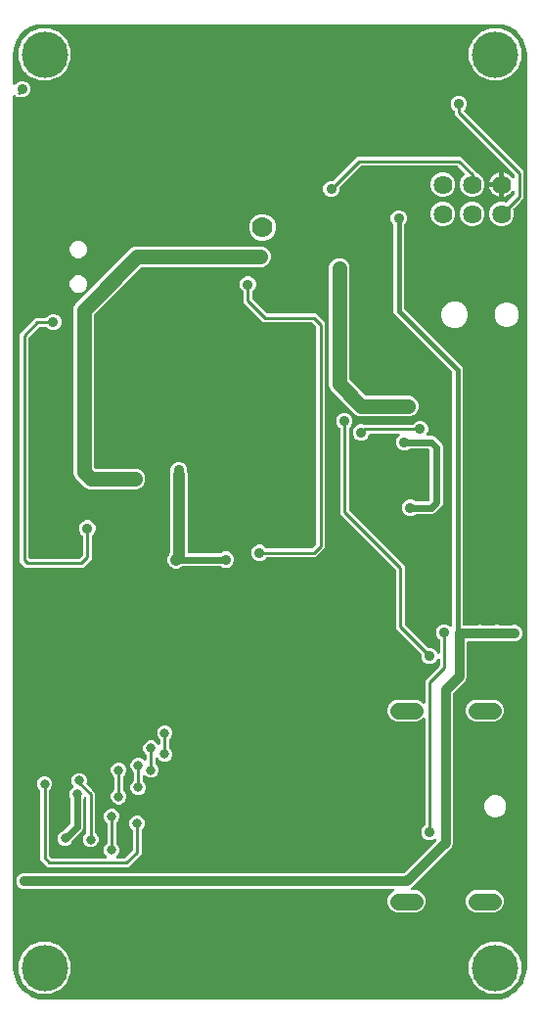
<source format=gbr>
G04 EAGLE Gerber RS-274X export*
G75*
%MOMM*%
%FSLAX34Y34*%
%LPD*%
%INBottom Copper*%
%IPPOS*%
%AMOC8*
5,1,8,0,0,1.08239X$1,22.5*%
G01*
%ADD10C,1.400000*%
%ADD11C,1.625600*%
%ADD12C,4.016000*%
%ADD13C,1.778000*%
%ADD14C,0.806400*%
%ADD15C,0.280000*%
%ADD16C,0.250000*%
%ADD17C,0.906400*%
%ADD18C,0.254000*%
%ADD19C,0.609600*%
%ADD20C,0.812800*%
%ADD21C,0.406400*%
%ADD22C,1.016000*%
%ADD23C,1.270000*%

G36*
X420060Y2548D02*
X420060Y2548D01*
X420098Y2545D01*
X424198Y2867D01*
X424449Y2920D01*
X424486Y2925D01*
X432285Y5459D01*
X432570Y5593D01*
X432606Y5623D01*
X432633Y5636D01*
X439268Y10456D01*
X439497Y10672D01*
X439522Y10711D01*
X439544Y10732D01*
X444364Y17367D01*
X444516Y17643D01*
X444527Y17688D01*
X444541Y17715D01*
X447075Y25514D01*
X447123Y25766D01*
X447133Y25802D01*
X447455Y29902D01*
X447454Y29938D01*
X447458Y29960D01*
X447456Y29982D01*
X447459Y30000D01*
X447459Y820000D01*
X447452Y820060D01*
X447455Y820098D01*
X447133Y824198D01*
X447080Y824449D01*
X447075Y824486D01*
X444541Y832285D01*
X444407Y832570D01*
X444377Y832606D01*
X444364Y832633D01*
X439544Y839268D01*
X439328Y839497D01*
X439289Y839522D01*
X439268Y839544D01*
X432633Y844364D01*
X432357Y844516D01*
X432312Y844527D01*
X432285Y844541D01*
X427217Y846188D01*
X426907Y846247D01*
X426861Y846244D01*
X426831Y846249D01*
X23169Y846249D01*
X22856Y846209D01*
X22813Y846192D01*
X22783Y846188D01*
X17715Y844541D01*
X17430Y844407D01*
X17394Y844377D01*
X17367Y844364D01*
X10732Y839544D01*
X10503Y839328D01*
X10478Y839289D01*
X10456Y839268D01*
X5636Y832633D01*
X5484Y832357D01*
X5473Y832312D01*
X5459Y832285D01*
X2925Y824486D01*
X2877Y824234D01*
X2867Y824198D01*
X2545Y820098D01*
X2547Y820038D01*
X2541Y820000D01*
X2541Y795059D01*
X2559Y794919D01*
X2573Y794777D01*
X2579Y794762D01*
X2581Y794746D01*
X2633Y794615D01*
X2682Y794481D01*
X2692Y794468D01*
X2698Y794453D01*
X2781Y794339D01*
X2862Y794222D01*
X2875Y794212D01*
X2884Y794199D01*
X2994Y794109D01*
X3102Y794017D01*
X3116Y794009D01*
X3129Y793999D01*
X3258Y793940D01*
X3385Y793877D01*
X3401Y793874D01*
X3415Y793867D01*
X3555Y793842D01*
X3694Y793814D01*
X3710Y793814D01*
X3726Y793811D01*
X3867Y793822D01*
X4009Y793829D01*
X4024Y793834D01*
X4040Y793835D01*
X4175Y793881D01*
X4310Y793923D01*
X4321Y793931D01*
X4339Y793937D01*
X4603Y794110D01*
X4643Y794154D01*
X4673Y794176D01*
X6494Y795996D01*
X9093Y797073D01*
X11907Y797073D01*
X14506Y795996D01*
X16496Y794006D01*
X17573Y791407D01*
X17573Y788593D01*
X16496Y785994D01*
X14506Y784004D01*
X11907Y782927D01*
X9093Y782927D01*
X8690Y783094D01*
X8668Y783100D01*
X8648Y783111D01*
X8592Y783121D01*
X8386Y783177D01*
X8271Y783179D01*
X8212Y783189D01*
X5922Y783189D01*
X4673Y784437D01*
X4561Y784524D01*
X4451Y784614D01*
X4437Y784621D01*
X4424Y784631D01*
X4294Y784686D01*
X4165Y784746D01*
X4149Y784749D01*
X4134Y784755D01*
X3993Y784777D01*
X3854Y784802D01*
X3838Y784801D01*
X3822Y784803D01*
X3681Y784789D01*
X3540Y784778D01*
X3524Y784773D01*
X3508Y784771D01*
X3376Y784722D01*
X3241Y784676D01*
X3227Y784667D01*
X3212Y784662D01*
X3097Y784581D01*
X2977Y784503D01*
X2966Y784491D01*
X2953Y784482D01*
X2861Y784375D01*
X2766Y784269D01*
X2758Y784255D01*
X2748Y784243D01*
X2685Y784115D01*
X2619Y783990D01*
X2617Y783977D01*
X2608Y783959D01*
X2544Y783650D01*
X2547Y783591D01*
X2541Y783554D01*
X2541Y30000D01*
X2548Y29940D01*
X2545Y29902D01*
X2867Y25802D01*
X2920Y25551D01*
X2925Y25514D01*
X5459Y17715D01*
X5593Y17430D01*
X5623Y17394D01*
X5636Y17367D01*
X10456Y10732D01*
X10672Y10503D01*
X10711Y10478D01*
X10732Y10456D01*
X17367Y5636D01*
X17643Y5484D01*
X17688Y5473D01*
X17715Y5459D01*
X25514Y2925D01*
X25766Y2877D01*
X25802Y2867D01*
X29902Y2545D01*
X29962Y2547D01*
X30000Y2541D01*
X420000Y2541D01*
X420060Y2548D01*
G37*
%LPC*%
G36*
X334302Y77959D02*
X334302Y77959D01*
X330796Y79412D01*
X328112Y82096D01*
X326659Y85602D01*
X326659Y89398D01*
X328112Y92904D01*
X330796Y95588D01*
X331770Y95992D01*
X331832Y96027D01*
X331898Y96054D01*
X331968Y96105D01*
X332044Y96148D01*
X332095Y96198D01*
X332152Y96240D01*
X332207Y96308D01*
X332270Y96369D01*
X332307Y96430D01*
X332352Y96485D01*
X332388Y96564D01*
X332434Y96638D01*
X332454Y96707D01*
X332484Y96771D01*
X332499Y96857D01*
X332524Y96941D01*
X332527Y97012D01*
X332540Y97082D01*
X332533Y97169D01*
X332536Y97256D01*
X332521Y97325D01*
X332516Y97396D01*
X332488Y97479D01*
X332469Y97564D01*
X332437Y97628D01*
X332414Y97695D01*
X332366Y97768D01*
X332327Y97846D01*
X332280Y97899D01*
X332241Y97959D01*
X332176Y98017D01*
X332119Y98083D01*
X332060Y98123D01*
X332007Y98170D01*
X331930Y98211D01*
X331858Y98260D01*
X331791Y98284D01*
X331728Y98317D01*
X331668Y98328D01*
X331561Y98366D01*
X331347Y98385D01*
X331292Y98395D01*
X15285Y98395D01*
X15262Y98392D01*
X15240Y98394D01*
X15185Y98382D01*
X14972Y98355D01*
X14866Y98313D01*
X14807Y98300D01*
X13907Y97927D01*
X11093Y97927D01*
X8494Y99004D01*
X6504Y100994D01*
X5427Y103593D01*
X5427Y106407D01*
X6504Y109006D01*
X8494Y110996D01*
X11093Y112073D01*
X13907Y112073D01*
X14807Y111700D01*
X14829Y111694D01*
X14850Y111683D01*
X14905Y111673D01*
X15112Y111617D01*
X15226Y111615D01*
X15285Y111605D01*
X340507Y111605D01*
X340616Y111619D01*
X340726Y111624D01*
X340772Y111638D01*
X340820Y111645D01*
X340922Y111685D01*
X341027Y111718D01*
X341058Y111740D01*
X341113Y111762D01*
X341367Y111948D01*
X341379Y111963D01*
X341390Y111971D01*
X368790Y139370D01*
X368833Y139426D01*
X368884Y139476D01*
X368929Y139551D01*
X368983Y139620D01*
X369011Y139685D01*
X369048Y139746D01*
X369073Y139829D01*
X369107Y139910D01*
X369118Y139980D01*
X369139Y140048D01*
X369142Y140135D01*
X369155Y140221D01*
X369148Y140292D01*
X369151Y140363D01*
X369132Y140448D01*
X369123Y140535D01*
X369099Y140602D01*
X369084Y140672D01*
X369044Y140749D01*
X369014Y140831D01*
X368973Y140890D01*
X368941Y140953D01*
X368884Y141019D01*
X368834Y141090D01*
X368780Y141137D01*
X368733Y141190D01*
X368661Y141239D01*
X368595Y141296D01*
X368531Y141327D01*
X368472Y141367D01*
X368390Y141397D01*
X368312Y141435D01*
X368242Y141450D01*
X368175Y141474D01*
X368088Y141481D01*
X368003Y141499D01*
X367931Y141495D01*
X367861Y141502D01*
X367802Y141489D01*
X367687Y141483D01*
X367483Y141420D01*
X367428Y141408D01*
X364627Y140247D01*
X361813Y140247D01*
X359214Y141324D01*
X357224Y143314D01*
X356147Y145913D01*
X356147Y148727D01*
X357224Y151326D01*
X359043Y153146D01*
X359111Y153233D01*
X359184Y153314D01*
X359207Y153357D01*
X359236Y153395D01*
X359280Y153496D01*
X359331Y153594D01*
X359338Y153631D01*
X359361Y153685D01*
X359409Y153997D01*
X359407Y154016D01*
X359409Y154029D01*
X359409Y245201D01*
X359391Y245341D01*
X359377Y245482D01*
X359371Y245498D01*
X359369Y245514D01*
X359317Y245645D01*
X359268Y245778D01*
X359258Y245792D01*
X359252Y245807D01*
X359169Y245921D01*
X359088Y246037D01*
X359075Y246048D01*
X359066Y246061D01*
X358956Y246151D01*
X358848Y246243D01*
X358834Y246250D01*
X358821Y246261D01*
X358692Y246320D01*
X358565Y246382D01*
X358549Y246386D01*
X358535Y246392D01*
X358395Y246418D01*
X358256Y246446D01*
X358240Y246445D01*
X358224Y246448D01*
X358083Y246438D01*
X357941Y246431D01*
X357926Y246426D01*
X357910Y246425D01*
X357775Y246379D01*
X357640Y246337D01*
X357629Y246329D01*
X357611Y246323D01*
X357347Y246150D01*
X357307Y246105D01*
X357277Y246084D01*
X355604Y244412D01*
X352098Y242959D01*
X334302Y242959D01*
X330796Y244412D01*
X328112Y247096D01*
X326659Y250602D01*
X326659Y254398D01*
X328112Y257904D01*
X330796Y260588D01*
X334302Y262041D01*
X352098Y262041D01*
X355604Y260588D01*
X357277Y258916D01*
X357389Y258829D01*
X357499Y258739D01*
X357513Y258733D01*
X357526Y258723D01*
X357656Y258667D01*
X357785Y258608D01*
X357801Y258605D01*
X357816Y258598D01*
X357957Y258577D01*
X358096Y258552D01*
X358112Y258553D01*
X358128Y258550D01*
X358269Y258565D01*
X358410Y258575D01*
X358426Y258581D01*
X358442Y258582D01*
X358574Y258631D01*
X358709Y258677D01*
X358723Y258686D01*
X358738Y258692D01*
X358853Y258772D01*
X358973Y258850D01*
X358984Y258863D01*
X358997Y258872D01*
X359089Y258978D01*
X359184Y259084D01*
X359192Y259099D01*
X359202Y259111D01*
X359265Y259238D01*
X359331Y259364D01*
X359333Y259377D01*
X359342Y259394D01*
X359406Y259703D01*
X359403Y259762D01*
X359409Y259799D01*
X359409Y278438D01*
X371743Y290773D01*
X371811Y290859D01*
X371884Y290941D01*
X371907Y290984D01*
X371937Y291022D01*
X371980Y291123D01*
X372031Y291220D01*
X372038Y291257D01*
X372061Y291312D01*
X372109Y291624D01*
X372107Y291643D01*
X372109Y291656D01*
X372109Y296418D01*
X372100Y296489D01*
X372101Y296560D01*
X372080Y296645D01*
X372069Y296731D01*
X372043Y296797D01*
X372026Y296867D01*
X371985Y296943D01*
X371952Y297024D01*
X371910Y297082D01*
X371877Y297144D01*
X371817Y297208D01*
X371766Y297279D01*
X371711Y297324D01*
X371662Y297376D01*
X371589Y297423D01*
X371521Y297478D01*
X371457Y297508D01*
X371397Y297546D01*
X371314Y297574D01*
X371235Y297610D01*
X371165Y297623D01*
X371097Y297645D01*
X371010Y297650D01*
X370924Y297666D01*
X370853Y297661D01*
X370782Y297665D01*
X370697Y297649D01*
X370610Y297642D01*
X370542Y297619D01*
X370472Y297606D01*
X370394Y297569D01*
X370311Y297540D01*
X370251Y297501D01*
X370187Y297471D01*
X370120Y297415D01*
X370047Y297367D01*
X370000Y297314D01*
X369945Y297269D01*
X369912Y297218D01*
X369836Y297133D01*
X369736Y296944D01*
X369706Y296896D01*
X369216Y295714D01*
X367226Y293724D01*
X364627Y292647D01*
X361813Y292647D01*
X359214Y293724D01*
X357224Y295714D01*
X356147Y298313D01*
X356147Y300886D01*
X356133Y300995D01*
X356128Y301105D01*
X356114Y301151D01*
X356107Y301199D01*
X356067Y301301D01*
X356034Y301406D01*
X356012Y301437D01*
X355990Y301492D01*
X355804Y301746D01*
X355789Y301759D01*
X355781Y301769D01*
X334009Y323542D01*
X334009Y373824D01*
X333995Y373933D01*
X333990Y374043D01*
X333976Y374089D01*
X333969Y374137D01*
X333929Y374239D01*
X333896Y374344D01*
X333874Y374375D01*
X333852Y374430D01*
X333666Y374684D01*
X333651Y374697D01*
X333643Y374707D01*
X285749Y422602D01*
X285749Y496211D01*
X285735Y496320D01*
X285730Y496430D01*
X285716Y496476D01*
X285709Y496524D01*
X285669Y496626D01*
X285636Y496731D01*
X285614Y496762D01*
X285592Y496817D01*
X285406Y497071D01*
X285391Y497083D01*
X285383Y497094D01*
X283564Y498914D01*
X282487Y501513D01*
X282487Y504327D01*
X283564Y506926D01*
X285554Y508916D01*
X288153Y509993D01*
X290967Y509993D01*
X293566Y508916D01*
X295556Y506926D01*
X296633Y504327D01*
X296633Y501513D01*
X295556Y498914D01*
X293737Y497094D01*
X293669Y497007D01*
X293596Y496926D01*
X293573Y496883D01*
X293543Y496845D01*
X293500Y496744D01*
X293449Y496646D01*
X293442Y496609D01*
X293419Y496555D01*
X293371Y496243D01*
X293373Y496224D01*
X293371Y496211D01*
X293371Y426276D01*
X293385Y426167D01*
X293390Y426057D01*
X293404Y426011D01*
X293411Y425963D01*
X293451Y425861D01*
X293484Y425756D01*
X293506Y425725D01*
X293528Y425670D01*
X293714Y425416D01*
X293729Y425403D01*
X293737Y425393D01*
X341631Y377498D01*
X341631Y327216D01*
X341645Y327107D01*
X341650Y326997D01*
X341664Y326951D01*
X341671Y326903D01*
X341711Y326801D01*
X341744Y326696D01*
X341766Y326665D01*
X341788Y326610D01*
X341974Y326356D01*
X341989Y326343D01*
X341997Y326333D01*
X361171Y307159D01*
X361257Y307091D01*
X361339Y307018D01*
X361382Y306995D01*
X361420Y306965D01*
X361521Y306922D01*
X361618Y306871D01*
X361655Y306864D01*
X361710Y306841D01*
X362022Y306793D01*
X362041Y306795D01*
X362054Y306793D01*
X364627Y306793D01*
X367226Y305716D01*
X369216Y303726D01*
X369706Y302544D01*
X369741Y302482D01*
X369768Y302416D01*
X369819Y302345D01*
X369862Y302270D01*
X369912Y302219D01*
X369954Y302161D01*
X370022Y302106D01*
X370083Y302044D01*
X370144Y302007D01*
X370199Y301962D01*
X370278Y301925D01*
X370352Y301880D01*
X370421Y301860D01*
X370485Y301830D01*
X370571Y301815D01*
X370655Y301789D01*
X370726Y301787D01*
X370796Y301774D01*
X370883Y301781D01*
X370970Y301777D01*
X371039Y301792D01*
X371110Y301798D01*
X371193Y301826D01*
X371278Y301844D01*
X371342Y301877D01*
X371409Y301900D01*
X371482Y301948D01*
X371560Y301987D01*
X371613Y302034D01*
X371673Y302073D01*
X371731Y302138D01*
X371797Y302195D01*
X371837Y302254D01*
X371884Y302307D01*
X371925Y302384D01*
X371974Y302456D01*
X371998Y302523D01*
X372031Y302586D01*
X372042Y302645D01*
X372080Y302753D01*
X372099Y302966D01*
X372109Y303022D01*
X372109Y313331D01*
X372095Y313440D01*
X372090Y313550D01*
X372076Y313596D01*
X372069Y313644D01*
X372029Y313746D01*
X371996Y313851D01*
X371974Y313882D01*
X371952Y313937D01*
X371766Y314191D01*
X371751Y314203D01*
X371743Y314214D01*
X369924Y316034D01*
X368847Y318633D01*
X368847Y321447D01*
X369924Y324046D01*
X371914Y326036D01*
X374513Y327113D01*
X377327Y327113D01*
X379926Y326036D01*
X380645Y325318D01*
X380757Y325231D01*
X380867Y325141D01*
X380881Y325134D01*
X380894Y325125D01*
X381024Y325069D01*
X381153Y325009D01*
X381169Y325006D01*
X381184Y325000D01*
X381325Y324978D01*
X381464Y324953D01*
X381480Y324955D01*
X381496Y324952D01*
X381637Y324966D01*
X381778Y324977D01*
X381794Y324982D01*
X381810Y324984D01*
X381942Y325033D01*
X382077Y325079D01*
X382091Y325088D01*
X382106Y325093D01*
X382222Y325174D01*
X382341Y325252D01*
X382352Y325264D01*
X382365Y325273D01*
X382457Y325381D01*
X382552Y325486D01*
X382560Y325500D01*
X382570Y325513D01*
X382633Y325640D01*
X382699Y325766D01*
X382701Y325779D01*
X382710Y325796D01*
X382774Y326105D01*
X382771Y326164D01*
X382777Y326201D01*
X382777Y544958D01*
X382763Y545067D01*
X382758Y545177D01*
X382744Y545223D01*
X382737Y545271D01*
X382697Y545374D01*
X382664Y545478D01*
X382642Y545509D01*
X382620Y545564D01*
X382434Y545819D01*
X382419Y545831D01*
X382411Y545842D01*
X331977Y596276D01*
X331977Y672233D01*
X331963Y672342D01*
X331958Y672452D01*
X331944Y672498D01*
X331937Y672546D01*
X331897Y672648D01*
X331864Y672753D01*
X331842Y672784D01*
X331820Y672839D01*
X331634Y673093D01*
X331619Y673105D01*
X331611Y673116D01*
X330554Y674174D01*
X329477Y676773D01*
X329477Y679587D01*
X330554Y682186D01*
X332544Y684176D01*
X335143Y685253D01*
X337957Y685253D01*
X340556Y684176D01*
X342546Y682186D01*
X343623Y679587D01*
X343623Y676773D01*
X342546Y674174D01*
X341489Y673116D01*
X341421Y673029D01*
X341348Y672948D01*
X341325Y672905D01*
X341295Y672867D01*
X341252Y672766D01*
X341201Y672668D01*
X341194Y672631D01*
X341171Y672577D01*
X341123Y672265D01*
X341125Y672246D01*
X341123Y672233D01*
X341123Y600582D01*
X341137Y600473D01*
X341142Y600363D01*
X341156Y600317D01*
X341163Y600269D01*
X341203Y600166D01*
X341236Y600062D01*
X341258Y600031D01*
X341280Y599976D01*
X341466Y599721D01*
X341481Y599709D01*
X341489Y599698D01*
X391923Y549264D01*
X391923Y327294D01*
X391939Y327169D01*
X391948Y327044D01*
X391959Y327013D01*
X391963Y326981D01*
X392009Y326864D01*
X392050Y326745D01*
X392068Y326718D01*
X392080Y326688D01*
X392154Y326587D01*
X392223Y326481D01*
X392247Y326460D01*
X392266Y326434D01*
X392364Y326354D01*
X392457Y326270D01*
X392486Y326255D01*
X392511Y326234D01*
X392625Y326181D01*
X392736Y326123D01*
X392762Y326119D01*
X392797Y326102D01*
X393108Y326046D01*
X393147Y326049D01*
X393172Y326045D01*
X403715Y326045D01*
X403738Y326048D01*
X403761Y326046D01*
X403815Y326058D01*
X404028Y326085D01*
X404134Y326127D01*
X404193Y326140D01*
X405093Y326513D01*
X407907Y326513D01*
X408807Y326140D01*
X408829Y326134D01*
X408850Y326123D01*
X408905Y326113D01*
X409112Y326057D01*
X409226Y326055D01*
X409285Y326045D01*
X418715Y326045D01*
X418738Y326048D01*
X418761Y326046D01*
X418815Y326058D01*
X419028Y326085D01*
X419134Y326127D01*
X419193Y326140D01*
X420093Y326513D01*
X422907Y326513D01*
X423807Y326140D01*
X423829Y326134D01*
X423850Y326123D01*
X423905Y326113D01*
X424112Y326057D01*
X424226Y326055D01*
X424285Y326045D01*
X433715Y326045D01*
X433738Y326048D01*
X433761Y326046D01*
X433815Y326058D01*
X434028Y326085D01*
X434134Y326127D01*
X434193Y326140D01*
X435093Y326513D01*
X437907Y326513D01*
X440506Y325436D01*
X442496Y323446D01*
X443573Y320847D01*
X443573Y318033D01*
X442496Y315434D01*
X440506Y313444D01*
X437907Y312367D01*
X435093Y312367D01*
X434193Y312740D01*
X434171Y312746D01*
X434150Y312757D01*
X434095Y312767D01*
X433888Y312823D01*
X433774Y312825D01*
X433715Y312835D01*
X424285Y312835D01*
X424262Y312832D01*
X424239Y312834D01*
X424185Y312822D01*
X423972Y312795D01*
X423866Y312753D01*
X423807Y312740D01*
X422907Y312367D01*
X420093Y312367D01*
X419193Y312740D01*
X419171Y312746D01*
X419150Y312757D01*
X419095Y312767D01*
X418888Y312823D01*
X418774Y312825D01*
X418715Y312835D01*
X409285Y312835D01*
X409262Y312832D01*
X409239Y312834D01*
X409185Y312822D01*
X408972Y312795D01*
X408866Y312753D01*
X408807Y312740D01*
X407907Y312367D01*
X405093Y312367D01*
X404193Y312740D01*
X404171Y312746D01*
X404150Y312757D01*
X404095Y312767D01*
X403888Y312823D01*
X403774Y312825D01*
X403715Y312835D01*
X396854Y312835D01*
X396729Y312819D01*
X396604Y312810D01*
X396573Y312799D01*
X396541Y312795D01*
X396424Y312749D01*
X396305Y312708D01*
X396278Y312690D01*
X396248Y312678D01*
X396147Y312604D01*
X396041Y312535D01*
X396020Y312511D01*
X395994Y312492D01*
X395914Y312394D01*
X395830Y312301D01*
X395815Y312272D01*
X395794Y312247D01*
X395741Y312133D01*
X395683Y312022D01*
X395679Y311996D01*
X395662Y311961D01*
X395606Y311650D01*
X395609Y311611D01*
X395605Y311586D01*
X395605Y281006D01*
X394599Y278579D01*
X384161Y268140D01*
X384093Y268053D01*
X384020Y267972D01*
X383997Y267929D01*
X383967Y267891D01*
X383924Y267790D01*
X383873Y267692D01*
X383866Y267655D01*
X383843Y267601D01*
X383795Y267289D01*
X383797Y267270D01*
X383795Y267257D01*
X383795Y137116D01*
X382789Y134689D01*
X380756Y132655D01*
X349535Y101434D01*
X347486Y99386D01*
X347478Y99382D01*
X347408Y99331D01*
X347332Y99288D01*
X347281Y99238D01*
X347224Y99196D01*
X347169Y99128D01*
X347106Y99068D01*
X347069Y99007D01*
X347024Y98951D01*
X346988Y98872D01*
X346943Y98798D01*
X346922Y98730D01*
X346892Y98665D01*
X346877Y98579D01*
X346852Y98496D01*
X346849Y98424D01*
X346836Y98354D01*
X346843Y98267D01*
X346840Y98180D01*
X346855Y98111D01*
X346860Y98040D01*
X346888Y97957D01*
X346907Y97872D01*
X346939Y97809D01*
X346962Y97741D01*
X347010Y97668D01*
X347049Y97591D01*
X347096Y97537D01*
X347135Y97477D01*
X347200Y97419D01*
X347257Y97354D01*
X347316Y97314D01*
X347369Y97266D01*
X347446Y97225D01*
X347518Y97176D01*
X347585Y97152D01*
X347648Y97119D01*
X347708Y97108D01*
X347815Y97070D01*
X348029Y97051D01*
X348084Y97041D01*
X352098Y97041D01*
X355604Y95588D01*
X358288Y92904D01*
X359741Y89398D01*
X359741Y85602D01*
X358288Y82096D01*
X355604Y79412D01*
X352098Y77959D01*
X334302Y77959D01*
G37*
%LPD*%
%LPC*%
G36*
X68232Y444109D02*
X68232Y444109D01*
X64964Y445463D01*
X56463Y453964D01*
X55109Y457232D01*
X55109Y600828D01*
X56463Y604096D01*
X104904Y652537D01*
X108172Y653891D01*
X218768Y653891D01*
X222036Y652537D01*
X224537Y650036D01*
X225891Y646768D01*
X225891Y643232D01*
X224537Y639964D01*
X222036Y637463D01*
X218768Y636109D01*
X114140Y636109D01*
X114031Y636095D01*
X113921Y636090D01*
X113875Y636076D01*
X113827Y636069D01*
X113725Y636029D01*
X113620Y635996D01*
X113589Y635974D01*
X113534Y635952D01*
X113280Y635766D01*
X113268Y635751D01*
X113257Y635743D01*
X73257Y595743D01*
X73189Y595656D01*
X73116Y595575D01*
X73093Y595532D01*
X73063Y595494D01*
X73020Y595393D01*
X72969Y595295D01*
X72962Y595258D01*
X72939Y595204D01*
X72891Y594892D01*
X72893Y594873D01*
X72891Y594860D01*
X72891Y463200D01*
X72905Y463091D01*
X72910Y462981D01*
X72924Y462935D01*
X72931Y462887D01*
X72971Y462785D01*
X73004Y462680D01*
X73026Y462649D01*
X73048Y462594D01*
X73234Y462340D01*
X73249Y462328D01*
X73257Y462317D01*
X73317Y462257D01*
X73404Y462189D01*
X73485Y462116D01*
X73528Y462093D01*
X73566Y462063D01*
X73667Y462020D01*
X73765Y461969D01*
X73802Y461962D01*
X73856Y461939D01*
X74168Y461891D01*
X74187Y461893D01*
X74200Y461891D01*
X109768Y461891D01*
X113036Y460537D01*
X115537Y458036D01*
X116891Y454768D01*
X116891Y451232D01*
X115537Y447964D01*
X113036Y445463D01*
X109768Y444109D01*
X68232Y444109D01*
G37*
%LPD*%
%LPC*%
G36*
X302482Y506859D02*
X302482Y506859D01*
X299214Y508213D01*
X277397Y530030D01*
X276043Y533298D01*
X276043Y636608D01*
X277397Y639876D01*
X279898Y642377D01*
X283166Y643731D01*
X286702Y643731D01*
X289970Y642377D01*
X292471Y639876D01*
X293825Y636608D01*
X293825Y539266D01*
X293839Y539157D01*
X293844Y539047D01*
X293858Y539001D01*
X293865Y538953D01*
X293905Y538851D01*
X293938Y538746D01*
X293960Y538715D01*
X293982Y538660D01*
X294168Y538406D01*
X294183Y538394D01*
X294191Y538383D01*
X307567Y525007D01*
X307654Y524939D01*
X307735Y524866D01*
X307778Y524843D01*
X307816Y524813D01*
X307917Y524770D01*
X308015Y524719D01*
X308052Y524712D01*
X308106Y524689D01*
X308418Y524641D01*
X308437Y524643D01*
X308450Y524641D01*
X346518Y524641D01*
X349786Y523287D01*
X352287Y520786D01*
X353641Y517518D01*
X353641Y513982D01*
X352287Y510714D01*
X349786Y508213D01*
X346518Y506859D01*
X302482Y506859D01*
G37*
%LPD*%
%LPC*%
G36*
X214593Y381927D02*
X214593Y381927D01*
X211994Y383004D01*
X210004Y384994D01*
X208927Y387593D01*
X208927Y390407D01*
X210004Y393006D01*
X211994Y394996D01*
X214593Y396073D01*
X217407Y396073D01*
X220006Y394996D01*
X221826Y393177D01*
X221913Y393109D01*
X221994Y393036D01*
X222037Y393013D01*
X222075Y392983D01*
X222176Y392940D01*
X222274Y392889D01*
X222311Y392882D01*
X222365Y392859D01*
X222677Y392811D01*
X222696Y392813D01*
X222709Y392811D01*
X260904Y392811D01*
X261013Y392825D01*
X261123Y392830D01*
X261169Y392844D01*
X261217Y392851D01*
X261319Y392891D01*
X261424Y392924D01*
X261455Y392946D01*
X261510Y392968D01*
X261764Y393154D01*
X261777Y393169D01*
X261787Y393177D01*
X264823Y396213D01*
X264891Y396299D01*
X264964Y396381D01*
X264987Y396424D01*
X265017Y396462D01*
X265060Y396563D01*
X265111Y396660D01*
X265118Y396697D01*
X265141Y396752D01*
X265189Y397064D01*
X265187Y397083D01*
X265189Y397096D01*
X265189Y583904D01*
X265175Y584013D01*
X265170Y584123D01*
X265156Y584169D01*
X265149Y584217D01*
X265109Y584319D01*
X265076Y584424D01*
X265054Y584455D01*
X265032Y584510D01*
X264846Y584764D01*
X264831Y584777D01*
X264823Y584787D01*
X261787Y587823D01*
X261701Y587891D01*
X261619Y587964D01*
X261576Y587987D01*
X261538Y588017D01*
X261437Y588060D01*
X261340Y588111D01*
X261303Y588118D01*
X261248Y588141D01*
X260936Y588189D01*
X260917Y588187D01*
X260904Y588189D01*
X219422Y588189D01*
X202189Y605422D01*
X202189Y614291D01*
X202175Y614400D01*
X202170Y614510D01*
X202156Y614556D01*
X202149Y614604D01*
X202109Y614706D01*
X202076Y614811D01*
X202054Y614842D01*
X202032Y614897D01*
X201846Y615151D01*
X201831Y615163D01*
X201823Y615174D01*
X200004Y616994D01*
X198927Y619593D01*
X198927Y622407D01*
X200004Y625006D01*
X201994Y626996D01*
X204593Y628073D01*
X207407Y628073D01*
X210006Y626996D01*
X211996Y625006D01*
X213073Y622407D01*
X213073Y619593D01*
X211996Y616994D01*
X210177Y615174D01*
X210109Y615087D01*
X210036Y615006D01*
X210013Y614963D01*
X209984Y614925D01*
X209940Y614824D01*
X209889Y614726D01*
X209882Y614689D01*
X209859Y614635D01*
X209811Y614323D01*
X209813Y614304D01*
X209811Y614291D01*
X209811Y609096D01*
X209825Y608987D01*
X209830Y608877D01*
X209844Y608831D01*
X209851Y608783D01*
X209891Y608681D01*
X209924Y608576D01*
X209946Y608545D01*
X209968Y608490D01*
X210154Y608236D01*
X210169Y608223D01*
X210177Y608213D01*
X222213Y596177D01*
X222299Y596109D01*
X222381Y596036D01*
X222424Y596013D01*
X222462Y595983D01*
X222563Y595940D01*
X222660Y595889D01*
X222697Y595882D01*
X222752Y595859D01*
X223064Y595811D01*
X223083Y595813D01*
X223096Y595811D01*
X264578Y595811D01*
X272811Y587578D01*
X272811Y393422D01*
X264578Y385189D01*
X222709Y385189D01*
X222600Y385175D01*
X222490Y385170D01*
X222444Y385156D01*
X222396Y385149D01*
X222294Y385109D01*
X222189Y385076D01*
X222158Y385054D01*
X222103Y385032D01*
X221849Y384846D01*
X221837Y384831D01*
X221826Y384823D01*
X220006Y383004D01*
X217407Y381927D01*
X214593Y381927D01*
G37*
%LPD*%
%LPC*%
G36*
X13422Y376189D02*
X13422Y376189D01*
X8689Y380922D01*
X8689Y578578D01*
X22422Y592311D01*
X30791Y592311D01*
X30900Y592325D01*
X31010Y592330D01*
X31056Y592344D01*
X31104Y592351D01*
X31206Y592391D01*
X31311Y592424D01*
X31342Y592446D01*
X31397Y592468D01*
X31651Y592654D01*
X31663Y592669D01*
X31674Y592677D01*
X33494Y594496D01*
X36093Y595573D01*
X38907Y595573D01*
X41506Y594496D01*
X43496Y592506D01*
X44573Y589907D01*
X44573Y587093D01*
X43496Y584494D01*
X41506Y582504D01*
X38907Y581427D01*
X36093Y581427D01*
X33494Y582504D01*
X31674Y584323D01*
X31587Y584391D01*
X31506Y584464D01*
X31463Y584487D01*
X31425Y584517D01*
X31324Y584560D01*
X31226Y584611D01*
X31189Y584618D01*
X31135Y584641D01*
X30823Y584689D01*
X30804Y584687D01*
X30791Y584689D01*
X26096Y584689D01*
X25987Y584675D01*
X25877Y584670D01*
X25831Y584656D01*
X25783Y584649D01*
X25681Y584609D01*
X25576Y584576D01*
X25545Y584554D01*
X25490Y584532D01*
X25236Y584346D01*
X25223Y584331D01*
X25213Y584323D01*
X16677Y575787D01*
X16609Y575701D01*
X16536Y575619D01*
X16513Y575576D01*
X16483Y575538D01*
X16440Y575437D01*
X16389Y575340D01*
X16382Y575303D01*
X16359Y575248D01*
X16311Y574936D01*
X16313Y574917D01*
X16311Y574904D01*
X16311Y385060D01*
X16327Y384935D01*
X16336Y384810D01*
X16347Y384779D01*
X16351Y384747D01*
X16397Y384630D01*
X16438Y384511D01*
X16456Y384484D01*
X16468Y384454D01*
X16542Y384353D01*
X16611Y384247D01*
X16635Y384226D01*
X16654Y384200D01*
X16752Y384120D01*
X16845Y384036D01*
X16874Y384021D01*
X16899Y384000D01*
X17013Y383947D01*
X17124Y383889D01*
X17150Y383885D01*
X17185Y383868D01*
X17496Y383812D01*
X17535Y383815D01*
X17560Y383811D01*
X59904Y383811D01*
X60013Y383825D01*
X60123Y383830D01*
X60169Y383844D01*
X60217Y383851D01*
X60319Y383891D01*
X60424Y383924D01*
X60455Y383946D01*
X60510Y383968D01*
X60764Y384154D01*
X60777Y384169D01*
X60787Y384177D01*
X62823Y386213D01*
X62891Y386299D01*
X62964Y386381D01*
X62987Y386424D01*
X63017Y386462D01*
X63060Y386563D01*
X63111Y386660D01*
X63118Y386697D01*
X63141Y386752D01*
X63189Y387064D01*
X63187Y387083D01*
X63189Y387096D01*
X63189Y403291D01*
X63175Y403400D01*
X63170Y403510D01*
X63156Y403556D01*
X63149Y403604D01*
X63109Y403706D01*
X63076Y403811D01*
X63054Y403842D01*
X63032Y403897D01*
X62846Y404151D01*
X62831Y404163D01*
X62823Y404174D01*
X61004Y405994D01*
X59927Y408593D01*
X59927Y411407D01*
X61004Y414006D01*
X62994Y415996D01*
X65593Y417073D01*
X68407Y417073D01*
X71006Y415996D01*
X72996Y414006D01*
X74073Y411407D01*
X74073Y408593D01*
X72996Y405994D01*
X71177Y404174D01*
X71109Y404087D01*
X71036Y404006D01*
X71013Y403963D01*
X70983Y403925D01*
X70940Y403824D01*
X70889Y403726D01*
X70882Y403689D01*
X70859Y403635D01*
X70811Y403323D01*
X70813Y403304D01*
X70811Y403291D01*
X70811Y383422D01*
X63578Y376189D01*
X13422Y376189D01*
G37*
%LPD*%
%LPC*%
G36*
X345093Y420927D02*
X345093Y420927D01*
X342494Y422004D01*
X340504Y423994D01*
X339427Y426593D01*
X339427Y429407D01*
X340504Y432006D01*
X342494Y433996D01*
X345093Y435073D01*
X347907Y435073D01*
X350506Y433996D01*
X350548Y433955D01*
X350635Y433887D01*
X350716Y433814D01*
X350759Y433791D01*
X350797Y433761D01*
X350898Y433718D01*
X350996Y433667D01*
X351033Y433660D01*
X351087Y433637D01*
X351399Y433589D01*
X351418Y433591D01*
X351431Y433589D01*
X361668Y433589D01*
X361777Y433603D01*
X361886Y433608D01*
X361933Y433622D01*
X361981Y433629D01*
X362083Y433669D01*
X362188Y433702D01*
X362218Y433724D01*
X362274Y433746D01*
X362528Y433932D01*
X362540Y433947D01*
X362551Y433955D01*
X363045Y434449D01*
X363113Y434536D01*
X363186Y434617D01*
X363209Y434660D01*
X363239Y434699D01*
X363282Y434800D01*
X363333Y434897D01*
X363340Y434934D01*
X363363Y434988D01*
X363411Y435300D01*
X363409Y435319D01*
X363411Y435332D01*
X363411Y477168D01*
X363397Y477277D01*
X363392Y477386D01*
X363378Y477433D01*
X363371Y477481D01*
X363331Y477583D01*
X363298Y477688D01*
X363276Y477718D01*
X363254Y477774D01*
X363068Y478028D01*
X363053Y478040D01*
X363045Y478051D01*
X362551Y478545D01*
X362464Y478613D01*
X362383Y478686D01*
X362340Y478709D01*
X362301Y478739D01*
X362200Y478782D01*
X362103Y478833D01*
X362066Y478840D01*
X362012Y478863D01*
X361700Y478911D01*
X361681Y478909D01*
X361668Y478911D01*
X346431Y478911D01*
X346322Y478897D01*
X346212Y478892D01*
X346166Y478878D01*
X346118Y478871D01*
X346016Y478831D01*
X345911Y478798D01*
X345880Y478776D01*
X345825Y478754D01*
X345571Y478568D01*
X345559Y478553D01*
X345548Y478545D01*
X345506Y478504D01*
X342907Y477427D01*
X340093Y477427D01*
X337494Y478504D01*
X335504Y480494D01*
X334427Y483093D01*
X334427Y485907D01*
X335504Y488506D01*
X337054Y490057D01*
X337141Y490169D01*
X337231Y490279D01*
X337238Y490293D01*
X337247Y490306D01*
X337303Y490436D01*
X337363Y490565D01*
X337366Y490581D01*
X337372Y490596D01*
X337393Y490737D01*
X337419Y490876D01*
X337417Y490892D01*
X337420Y490908D01*
X337405Y491049D01*
X337395Y491190D01*
X337390Y491206D01*
X337388Y491222D01*
X337339Y491354D01*
X337293Y491489D01*
X337284Y491503D01*
X337279Y491518D01*
X337198Y491633D01*
X337120Y491753D01*
X337108Y491764D01*
X337099Y491777D01*
X336992Y491869D01*
X336886Y491964D01*
X336872Y491972D01*
X336859Y491982D01*
X336732Y492045D01*
X336606Y492111D01*
X336593Y492113D01*
X336576Y492122D01*
X336267Y492186D01*
X336208Y492183D01*
X336171Y492189D01*
X312154Y492189D01*
X312116Y492184D01*
X312077Y492187D01*
X311960Y492164D01*
X311841Y492149D01*
X311805Y492135D01*
X311767Y492128D01*
X311659Y492077D01*
X311548Y492032D01*
X311517Y492009D01*
X311482Y491993D01*
X311390Y491916D01*
X311294Y491846D01*
X311269Y491816D01*
X311239Y491790D01*
X311204Y491735D01*
X311095Y491601D01*
X311035Y491473D01*
X311000Y491418D01*
X309996Y488994D01*
X308006Y487004D01*
X305407Y485927D01*
X302593Y485927D01*
X299994Y487004D01*
X298004Y488994D01*
X296927Y491593D01*
X296927Y494407D01*
X298004Y497006D01*
X299994Y498996D01*
X302593Y500073D01*
X305407Y500073D01*
X305810Y499906D01*
X305832Y499900D01*
X305852Y499889D01*
X305908Y499879D01*
X306114Y499823D01*
X306229Y499821D01*
X306288Y499811D01*
X348291Y499811D01*
X348400Y499825D01*
X348510Y499830D01*
X348556Y499844D01*
X348604Y499851D01*
X348706Y499891D01*
X348811Y499924D01*
X348842Y499946D01*
X348897Y499968D01*
X349151Y500154D01*
X349163Y500169D01*
X349174Y500177D01*
X350994Y501996D01*
X353593Y503073D01*
X356407Y503073D01*
X359006Y501996D01*
X360996Y500006D01*
X362073Y497407D01*
X362073Y494593D01*
X360922Y491816D01*
X360908Y491763D01*
X360885Y491713D01*
X360867Y491611D01*
X360839Y491512D01*
X360839Y491456D01*
X360829Y491402D01*
X360837Y491299D01*
X360835Y491196D01*
X360849Y491143D01*
X360853Y491088D01*
X360886Y490990D01*
X360911Y490890D01*
X360937Y490841D01*
X360954Y490789D01*
X361011Y490703D01*
X361060Y490612D01*
X361097Y490571D01*
X361128Y490525D01*
X361204Y490456D01*
X361274Y490380D01*
X361321Y490351D01*
X361362Y490314D01*
X361453Y490266D01*
X361540Y490210D01*
X361592Y490193D01*
X361641Y490167D01*
X361705Y490156D01*
X361840Y490111D01*
X362012Y490100D01*
X362077Y490089D01*
X365612Y490089D01*
X367666Y489238D01*
X373738Y483166D01*
X374589Y481112D01*
X374589Y431388D01*
X373738Y429334D01*
X367666Y423262D01*
X365612Y422411D01*
X351431Y422411D01*
X351322Y422397D01*
X351212Y422392D01*
X351166Y422378D01*
X351118Y422371D01*
X351016Y422331D01*
X350911Y422298D01*
X350880Y422276D01*
X350825Y422254D01*
X350571Y422068D01*
X350559Y422053D01*
X350548Y422045D01*
X350506Y422004D01*
X347907Y420927D01*
X345093Y420927D01*
G37*
%LPD*%
%LPC*%
G36*
X32430Y117209D02*
X32430Y117209D01*
X26209Y123430D01*
X26209Y182978D01*
X26195Y183087D01*
X26190Y183197D01*
X26176Y183243D01*
X26169Y183291D01*
X26129Y183393D01*
X26096Y183498D01*
X26074Y183529D01*
X26052Y183584D01*
X25866Y183838D01*
X25851Y183851D01*
X25843Y183861D01*
X24428Y185277D01*
X23427Y187693D01*
X23427Y190307D01*
X24428Y192723D01*
X26277Y194572D01*
X28693Y195573D01*
X31307Y195573D01*
X33723Y194572D01*
X35572Y192723D01*
X36573Y190307D01*
X36573Y187693D01*
X35572Y185277D01*
X34157Y183861D01*
X34089Y183775D01*
X34016Y183693D01*
X33993Y183650D01*
X33963Y183612D01*
X33920Y183511D01*
X33869Y183414D01*
X33862Y183377D01*
X33839Y183322D01*
X33791Y183010D01*
X33793Y182991D01*
X33791Y182978D01*
X33791Y127088D01*
X33805Y126979D01*
X33810Y126869D01*
X33824Y126823D01*
X33831Y126775D01*
X33871Y126673D01*
X33904Y126568D01*
X33926Y126537D01*
X33948Y126482D01*
X34134Y126227D01*
X34149Y126215D01*
X34157Y126204D01*
X35204Y125157D01*
X35291Y125089D01*
X35373Y125016D01*
X35416Y124993D01*
X35454Y124963D01*
X35555Y124920D01*
X35652Y124869D01*
X35689Y124862D01*
X35744Y124839D01*
X36056Y124791D01*
X36075Y124793D01*
X36088Y124791D01*
X82898Y124791D01*
X83038Y124809D01*
X83180Y124823D01*
X83195Y124829D01*
X83211Y124831D01*
X83342Y124883D01*
X83476Y124932D01*
X83489Y124942D01*
X83504Y124948D01*
X83618Y125031D01*
X83735Y125112D01*
X83745Y125125D01*
X83758Y125134D01*
X83848Y125244D01*
X83941Y125352D01*
X83948Y125366D01*
X83958Y125379D01*
X84017Y125508D01*
X84080Y125635D01*
X84083Y125651D01*
X84090Y125665D01*
X84115Y125805D01*
X84144Y125944D01*
X84143Y125960D01*
X84146Y125976D01*
X84135Y126117D01*
X84128Y126259D01*
X84123Y126274D01*
X84122Y126290D01*
X84076Y126425D01*
X84034Y126560D01*
X84026Y126571D01*
X84020Y126589D01*
X83847Y126853D01*
X83803Y126893D01*
X83781Y126923D01*
X82428Y128277D01*
X81427Y130693D01*
X81427Y133307D01*
X82428Y135723D01*
X83843Y137139D01*
X83911Y137225D01*
X83984Y137307D01*
X84007Y137350D01*
X84037Y137388D01*
X84080Y137489D01*
X84131Y137586D01*
X84138Y137623D01*
X84161Y137678D01*
X84209Y137990D01*
X84207Y138009D01*
X84209Y138022D01*
X84209Y154978D01*
X84195Y155087D01*
X84190Y155197D01*
X84176Y155243D01*
X84169Y155291D01*
X84129Y155393D01*
X84096Y155498D01*
X84074Y155529D01*
X84052Y155584D01*
X83866Y155838D01*
X83851Y155851D01*
X83843Y155861D01*
X82428Y157277D01*
X81427Y159693D01*
X81427Y162307D01*
X82428Y164723D01*
X84277Y166572D01*
X86693Y167573D01*
X89307Y167573D01*
X91723Y166572D01*
X93572Y164723D01*
X94573Y162307D01*
X94573Y159693D01*
X93572Y157277D01*
X92157Y155861D01*
X92089Y155775D01*
X92016Y155693D01*
X91993Y155650D01*
X91963Y155612D01*
X91920Y155511D01*
X91869Y155414D01*
X91862Y155377D01*
X91839Y155322D01*
X91791Y155010D01*
X91793Y154991D01*
X91791Y154978D01*
X91791Y138022D01*
X91805Y137913D01*
X91810Y137803D01*
X91824Y137757D01*
X91831Y137709D01*
X91871Y137607D01*
X91904Y137502D01*
X91926Y137471D01*
X91948Y137416D01*
X92134Y137162D01*
X92149Y137149D01*
X92157Y137139D01*
X93572Y135723D01*
X94573Y133307D01*
X94573Y130693D01*
X93572Y128277D01*
X92219Y126923D01*
X92132Y126811D01*
X92042Y126701D01*
X92035Y126687D01*
X92025Y126674D01*
X91970Y126544D01*
X91910Y126415D01*
X91907Y126399D01*
X91901Y126384D01*
X91879Y126243D01*
X91854Y126104D01*
X91856Y126088D01*
X91853Y126072D01*
X91867Y125931D01*
X91878Y125790D01*
X91883Y125774D01*
X91885Y125758D01*
X91934Y125626D01*
X91980Y125491D01*
X91989Y125477D01*
X91994Y125462D01*
X92075Y125347D01*
X92153Y125227D01*
X92165Y125216D01*
X92174Y125203D01*
X92281Y125111D01*
X92387Y125016D01*
X92401Y125008D01*
X92414Y124998D01*
X92541Y124935D01*
X92666Y124869D01*
X92679Y124867D01*
X92697Y124858D01*
X93006Y124794D01*
X93065Y124797D01*
X93102Y124791D01*
X98912Y124791D01*
X99021Y124805D01*
X99131Y124810D01*
X99177Y124824D01*
X99225Y124831D01*
X99327Y124871D01*
X99432Y124904D01*
X99463Y124926D01*
X99518Y124948D01*
X99773Y125134D01*
X99785Y125149D01*
X99796Y125157D01*
X105843Y131204D01*
X105911Y131291D01*
X105984Y131373D01*
X106007Y131416D01*
X106037Y131454D01*
X106080Y131555D01*
X106131Y131652D01*
X106138Y131689D01*
X106161Y131744D01*
X106209Y132056D01*
X106207Y132075D01*
X106209Y132088D01*
X106209Y148978D01*
X106195Y149087D01*
X106190Y149197D01*
X106176Y149243D01*
X106169Y149291D01*
X106129Y149393D01*
X106096Y149498D01*
X106074Y149529D01*
X106052Y149584D01*
X105866Y149838D01*
X105851Y149851D01*
X105843Y149861D01*
X104428Y151277D01*
X103427Y153693D01*
X103427Y156307D01*
X104428Y158723D01*
X106277Y160572D01*
X108693Y161573D01*
X111307Y161573D01*
X113723Y160572D01*
X115572Y158723D01*
X116573Y156307D01*
X116573Y153693D01*
X115572Y151277D01*
X114157Y149861D01*
X114089Y149775D01*
X114016Y149693D01*
X113993Y149650D01*
X113963Y149612D01*
X113920Y149511D01*
X113869Y149414D01*
X113862Y149377D01*
X113839Y149322D01*
X113791Y149010D01*
X113793Y148991D01*
X113791Y148978D01*
X113791Y128430D01*
X102570Y117209D01*
X32430Y117209D01*
G37*
%LPD*%
%LPC*%
G36*
X142484Y375379D02*
X142484Y375379D01*
X139683Y376539D01*
X137539Y378683D01*
X136379Y381484D01*
X136379Y384516D01*
X137539Y387317D01*
X138013Y387791D01*
X138081Y387877D01*
X138154Y387959D01*
X138177Y388002D01*
X138207Y388040D01*
X138250Y388141D01*
X138301Y388239D01*
X138308Y388275D01*
X138331Y388330D01*
X138379Y388642D01*
X138377Y388661D01*
X138379Y388674D01*
X138379Y458016D01*
X138832Y459109D01*
X138838Y459131D01*
X138849Y459152D01*
X138859Y459207D01*
X138915Y459414D01*
X138917Y459528D01*
X138927Y459587D01*
X138927Y461907D01*
X140004Y464506D01*
X141994Y466496D01*
X144593Y467573D01*
X147407Y467573D01*
X150006Y466496D01*
X151996Y464506D01*
X153073Y461907D01*
X153073Y459587D01*
X153076Y459564D01*
X153074Y459542D01*
X153086Y459487D01*
X153113Y459274D01*
X153155Y459168D01*
X153168Y459109D01*
X153621Y458016D01*
X153621Y389838D01*
X153637Y389713D01*
X153646Y389588D01*
X153657Y389557D01*
X153661Y389525D01*
X153707Y389408D01*
X153748Y389289D01*
X153766Y389262D01*
X153778Y389232D01*
X153852Y389131D01*
X153921Y389025D01*
X153945Y389004D01*
X153964Y388978D01*
X154062Y388898D01*
X154155Y388814D01*
X154184Y388799D01*
X154209Y388778D01*
X154323Y388725D01*
X154434Y388667D01*
X154460Y388663D01*
X154495Y388646D01*
X154806Y388590D01*
X154845Y388593D01*
X154870Y388589D01*
X182069Y388589D01*
X182178Y388603D01*
X182288Y388608D01*
X182334Y388622D01*
X182382Y388629D01*
X182484Y388669D01*
X182589Y388702D01*
X182620Y388724D01*
X182675Y388746D01*
X182929Y388932D01*
X182941Y388947D01*
X182952Y388955D01*
X182994Y388996D01*
X185593Y390073D01*
X188407Y390073D01*
X191006Y388996D01*
X192996Y387006D01*
X194073Y384407D01*
X194073Y381593D01*
X192996Y378994D01*
X191006Y377004D01*
X188407Y375927D01*
X185593Y375927D01*
X182994Y377004D01*
X182952Y377045D01*
X182865Y377113D01*
X182784Y377186D01*
X182741Y377209D01*
X182703Y377239D01*
X182602Y377282D01*
X182504Y377333D01*
X182467Y377340D01*
X182413Y377363D01*
X182101Y377411D01*
X182082Y377409D01*
X182069Y377411D01*
X149706Y377411D01*
X149597Y377397D01*
X149487Y377392D01*
X149441Y377378D01*
X149393Y377371D01*
X149291Y377331D01*
X149186Y377298D01*
X149155Y377276D01*
X149100Y377254D01*
X148846Y377068D01*
X148834Y377053D01*
X148823Y377045D01*
X148317Y376539D01*
X145516Y375379D01*
X142484Y375379D01*
G37*
%LPD*%
%LPC*%
G36*
X419842Y797355D02*
X419842Y797355D01*
X419661Y797368D01*
X419598Y797379D01*
X415500Y797379D01*
X411715Y798947D01*
X411541Y798995D01*
X411481Y799018D01*
X411322Y799050D01*
X411188Y799140D01*
X411026Y799220D01*
X410972Y799255D01*
X407186Y800823D01*
X404289Y803720D01*
X404146Y803831D01*
X404100Y803876D01*
X403965Y803965D01*
X403876Y804100D01*
X403757Y804236D01*
X403720Y804289D01*
X400823Y807186D01*
X399255Y810972D01*
X399165Y811129D01*
X399140Y811188D01*
X399050Y811322D01*
X399018Y811481D01*
X398961Y811652D01*
X398947Y811715D01*
X397379Y815500D01*
X397379Y819598D01*
X397356Y819777D01*
X397355Y819842D01*
X397324Y820000D01*
X397355Y820158D01*
X397368Y820339D01*
X397379Y820402D01*
X397379Y824500D01*
X398947Y828285D01*
X398995Y828459D01*
X399018Y828519D01*
X399050Y828678D01*
X399140Y828812D01*
X399172Y828878D01*
X399177Y828883D01*
X399196Y828926D01*
X399220Y828974D01*
X399255Y829028D01*
X400823Y832814D01*
X403720Y835711D01*
X403831Y835854D01*
X403876Y835900D01*
X403965Y836035D01*
X404100Y836124D01*
X404236Y836243D01*
X404289Y836280D01*
X407186Y839177D01*
X410972Y840745D01*
X411129Y840835D01*
X411188Y840860D01*
X411322Y840950D01*
X411481Y840982D01*
X411652Y841039D01*
X411715Y841053D01*
X415500Y842621D01*
X419598Y842621D01*
X419777Y842644D01*
X419842Y842645D01*
X420000Y842676D01*
X420158Y842645D01*
X420339Y842632D01*
X420402Y842621D01*
X424500Y842621D01*
X428285Y841053D01*
X428459Y841005D01*
X428519Y840982D01*
X428678Y840950D01*
X428812Y840860D01*
X428974Y840780D01*
X429028Y840745D01*
X432814Y839177D01*
X435711Y836280D01*
X435854Y836169D01*
X435900Y836124D01*
X436035Y836035D01*
X436124Y835900D01*
X436243Y835764D01*
X436280Y835711D01*
X439177Y832814D01*
X440745Y829028D01*
X440757Y829006D01*
X440761Y828995D01*
X440781Y828965D01*
X440835Y828871D01*
X440860Y828812D01*
X440950Y828678D01*
X440982Y828519D01*
X441039Y828348D01*
X441053Y828285D01*
X442621Y824500D01*
X442621Y820402D01*
X442644Y820223D01*
X442645Y820158D01*
X442676Y820000D01*
X442645Y819842D01*
X442633Y819673D01*
X442622Y819614D01*
X442623Y819609D01*
X442621Y819598D01*
X442621Y815500D01*
X441053Y811715D01*
X441005Y811541D01*
X440982Y811481D01*
X440950Y811322D01*
X440860Y811188D01*
X440780Y811026D01*
X440745Y810972D01*
X439177Y807186D01*
X436280Y804289D01*
X436169Y804146D01*
X436124Y804100D01*
X436035Y803965D01*
X435900Y803876D01*
X435764Y803757D01*
X435711Y803720D01*
X432814Y800823D01*
X429028Y799255D01*
X428871Y799165D01*
X428812Y799140D01*
X428678Y799050D01*
X428519Y799018D01*
X428348Y798961D01*
X428285Y798947D01*
X424500Y797379D01*
X420402Y797379D01*
X420223Y797356D01*
X420158Y797355D01*
X420000Y797324D01*
X419842Y797355D01*
G37*
%LPD*%
%LPC*%
G36*
X29842Y797355D02*
X29842Y797355D01*
X29661Y797368D01*
X29598Y797379D01*
X25500Y797379D01*
X21715Y798947D01*
X21541Y798995D01*
X21481Y799018D01*
X21322Y799050D01*
X21188Y799140D01*
X21026Y799220D01*
X20972Y799255D01*
X17186Y800823D01*
X14289Y803720D01*
X14146Y803831D01*
X14100Y803876D01*
X13965Y803965D01*
X13876Y804100D01*
X13757Y804236D01*
X13720Y804289D01*
X10823Y807186D01*
X9255Y810972D01*
X9165Y811129D01*
X9140Y811188D01*
X9050Y811322D01*
X9018Y811481D01*
X8961Y811652D01*
X8947Y811715D01*
X7379Y815500D01*
X7379Y819598D01*
X7356Y819777D01*
X7355Y819842D01*
X7324Y820000D01*
X7355Y820158D01*
X7368Y820339D01*
X7379Y820402D01*
X7379Y824500D01*
X8947Y828285D01*
X8995Y828459D01*
X9018Y828519D01*
X9050Y828678D01*
X9140Y828812D01*
X9172Y828878D01*
X9177Y828883D01*
X9196Y828926D01*
X9220Y828974D01*
X9255Y829028D01*
X10823Y832814D01*
X13720Y835711D01*
X13831Y835854D01*
X13876Y835900D01*
X13965Y836035D01*
X14100Y836124D01*
X14236Y836243D01*
X14289Y836280D01*
X17186Y839177D01*
X20972Y840745D01*
X21129Y840835D01*
X21188Y840860D01*
X21322Y840950D01*
X21481Y840982D01*
X21652Y841039D01*
X21715Y841053D01*
X25500Y842621D01*
X29598Y842621D01*
X29777Y842644D01*
X29842Y842645D01*
X30000Y842676D01*
X30158Y842645D01*
X30339Y842632D01*
X30402Y842621D01*
X34500Y842621D01*
X38285Y841053D01*
X38459Y841005D01*
X38519Y840982D01*
X38678Y840950D01*
X38812Y840860D01*
X38974Y840780D01*
X39028Y840745D01*
X42814Y839177D01*
X45711Y836280D01*
X45854Y836169D01*
X45900Y836124D01*
X46035Y836035D01*
X46124Y835900D01*
X46243Y835764D01*
X46280Y835711D01*
X49177Y832814D01*
X50745Y829028D01*
X50757Y829006D01*
X50761Y828995D01*
X50781Y828965D01*
X50835Y828871D01*
X50860Y828812D01*
X50950Y828678D01*
X50982Y828519D01*
X51039Y828348D01*
X51053Y828285D01*
X52621Y824500D01*
X52621Y820402D01*
X52644Y820223D01*
X52645Y820158D01*
X52676Y820000D01*
X52645Y819842D01*
X52633Y819673D01*
X52622Y819614D01*
X52623Y819609D01*
X52621Y819598D01*
X52621Y815500D01*
X51053Y811715D01*
X51005Y811541D01*
X50982Y811481D01*
X50950Y811322D01*
X50860Y811188D01*
X50780Y811026D01*
X50745Y810972D01*
X49177Y807186D01*
X46280Y804289D01*
X46169Y804146D01*
X46124Y804100D01*
X46035Y803965D01*
X45900Y803876D01*
X45764Y803757D01*
X45711Y803720D01*
X42814Y800823D01*
X39028Y799255D01*
X38871Y799165D01*
X38812Y799140D01*
X38678Y799050D01*
X38519Y799018D01*
X38348Y798961D01*
X38285Y798947D01*
X34500Y797379D01*
X30402Y797379D01*
X30223Y797356D01*
X30158Y797355D01*
X30000Y797324D01*
X29842Y797355D01*
G37*
%LPD*%
%LPC*%
G36*
X29842Y7355D02*
X29842Y7355D01*
X29661Y7368D01*
X29598Y7379D01*
X25500Y7379D01*
X21715Y8947D01*
X21541Y8995D01*
X21481Y9018D01*
X21322Y9050D01*
X21188Y9140D01*
X21026Y9220D01*
X20972Y9255D01*
X17186Y10823D01*
X14289Y13720D01*
X14146Y13831D01*
X14100Y13876D01*
X13965Y13965D01*
X13876Y14100D01*
X13757Y14236D01*
X13720Y14289D01*
X10823Y17186D01*
X9255Y20972D01*
X9165Y21129D01*
X9140Y21188D01*
X9050Y21322D01*
X9018Y21481D01*
X8961Y21652D01*
X8947Y21715D01*
X7379Y25500D01*
X7379Y29598D01*
X7356Y29777D01*
X7355Y29842D01*
X7324Y30000D01*
X7355Y30158D01*
X7368Y30339D01*
X7379Y30402D01*
X7379Y34500D01*
X8947Y38285D01*
X8964Y38346D01*
X8986Y38394D01*
X9000Y38473D01*
X9018Y38519D01*
X9050Y38678D01*
X9140Y38812D01*
X9220Y38974D01*
X9255Y39028D01*
X10823Y42814D01*
X13720Y45711D01*
X13831Y45854D01*
X13876Y45900D01*
X13965Y46035D01*
X14100Y46124D01*
X14236Y46243D01*
X14289Y46280D01*
X17186Y49177D01*
X20972Y50745D01*
X21129Y50835D01*
X21188Y50860D01*
X21322Y50950D01*
X21481Y50982D01*
X21652Y51039D01*
X21715Y51053D01*
X25500Y52621D01*
X29598Y52621D01*
X29777Y52644D01*
X29842Y52645D01*
X30000Y52676D01*
X30158Y52645D01*
X30339Y52632D01*
X30402Y52621D01*
X34500Y52621D01*
X38285Y51053D01*
X38459Y51005D01*
X38519Y50982D01*
X38678Y50950D01*
X38812Y50860D01*
X38974Y50780D01*
X39028Y50745D01*
X42814Y49177D01*
X45711Y46280D01*
X45854Y46169D01*
X45900Y46124D01*
X46035Y46035D01*
X46124Y45900D01*
X46243Y45764D01*
X46280Y45711D01*
X49177Y42814D01*
X50745Y39028D01*
X50835Y38871D01*
X50860Y38812D01*
X50950Y38678D01*
X50982Y38519D01*
X50986Y38508D01*
X51039Y38348D01*
X51053Y38285D01*
X52621Y34500D01*
X52621Y30402D01*
X52644Y30223D01*
X52645Y30158D01*
X52676Y30000D01*
X52645Y29842D01*
X52632Y29661D01*
X52621Y29598D01*
X52621Y25500D01*
X51053Y21715D01*
X51041Y21672D01*
X51033Y21654D01*
X51026Y21618D01*
X51005Y21541D01*
X50982Y21481D01*
X50950Y21322D01*
X50860Y21188D01*
X50780Y21026D01*
X50745Y20972D01*
X49177Y17186D01*
X46280Y14289D01*
X46169Y14146D01*
X46124Y14100D01*
X46035Y13965D01*
X45900Y13876D01*
X45764Y13757D01*
X45711Y13720D01*
X42814Y10823D01*
X39028Y9255D01*
X38871Y9165D01*
X38812Y9140D01*
X38678Y9050D01*
X38519Y9018D01*
X38348Y8961D01*
X38285Y8947D01*
X34500Y7379D01*
X30402Y7379D01*
X30223Y7356D01*
X30158Y7355D01*
X30000Y7324D01*
X29842Y7355D01*
G37*
%LPD*%
%LPC*%
G36*
X419842Y7355D02*
X419842Y7355D01*
X419661Y7368D01*
X419598Y7379D01*
X415500Y7379D01*
X411715Y8947D01*
X411541Y8995D01*
X411481Y9018D01*
X411322Y9050D01*
X411188Y9140D01*
X411026Y9220D01*
X410972Y9255D01*
X407186Y10823D01*
X404289Y13720D01*
X404146Y13831D01*
X404100Y13876D01*
X403965Y13965D01*
X403876Y14100D01*
X403757Y14236D01*
X403720Y14289D01*
X400823Y17186D01*
X399255Y20972D01*
X399165Y21129D01*
X399140Y21188D01*
X399050Y21322D01*
X399018Y21481D01*
X398961Y21652D01*
X398947Y21715D01*
X397379Y25500D01*
X397379Y29598D01*
X397356Y29777D01*
X397355Y29842D01*
X397324Y30000D01*
X397355Y30158D01*
X397368Y30339D01*
X397379Y30402D01*
X397379Y34500D01*
X398947Y38285D01*
X398964Y38346D01*
X398986Y38394D01*
X399000Y38473D01*
X399018Y38519D01*
X399050Y38678D01*
X399140Y38812D01*
X399220Y38974D01*
X399255Y39028D01*
X400823Y42814D01*
X403720Y45711D01*
X403831Y45854D01*
X403876Y45900D01*
X403965Y46035D01*
X404100Y46124D01*
X404236Y46243D01*
X404289Y46280D01*
X407186Y49177D01*
X410972Y50745D01*
X411129Y50835D01*
X411188Y50860D01*
X411322Y50950D01*
X411481Y50982D01*
X411652Y51039D01*
X411715Y51053D01*
X415500Y52621D01*
X419598Y52621D01*
X419777Y52644D01*
X419842Y52645D01*
X420000Y52676D01*
X420158Y52645D01*
X420339Y52632D01*
X420402Y52621D01*
X424500Y52621D01*
X428285Y51053D01*
X428459Y51005D01*
X428519Y50982D01*
X428678Y50950D01*
X428812Y50860D01*
X428974Y50780D01*
X429028Y50745D01*
X432814Y49177D01*
X435711Y46280D01*
X435854Y46169D01*
X435900Y46124D01*
X436035Y46035D01*
X436124Y45900D01*
X436243Y45764D01*
X436280Y45711D01*
X439177Y42814D01*
X440745Y39028D01*
X440835Y38871D01*
X440860Y38812D01*
X440950Y38678D01*
X440982Y38519D01*
X440986Y38508D01*
X441039Y38348D01*
X441053Y38285D01*
X442621Y34500D01*
X442621Y30402D01*
X442644Y30223D01*
X442645Y30158D01*
X442676Y30000D01*
X442645Y29842D01*
X442632Y29661D01*
X442621Y29598D01*
X442621Y25500D01*
X441053Y21715D01*
X441041Y21672D01*
X441033Y21654D01*
X441026Y21618D01*
X441005Y21541D01*
X440982Y21481D01*
X440950Y21322D01*
X440860Y21188D01*
X440780Y21026D01*
X440745Y20972D01*
X439177Y17186D01*
X436280Y14289D01*
X436169Y14146D01*
X436124Y14100D01*
X436035Y13965D01*
X435900Y13876D01*
X435764Y13757D01*
X435711Y13720D01*
X432814Y10823D01*
X429028Y9255D01*
X428871Y9165D01*
X428812Y9140D01*
X428678Y9050D01*
X428519Y9018D01*
X428348Y8961D01*
X428285Y8947D01*
X424500Y7379D01*
X420402Y7379D01*
X420223Y7356D01*
X420158Y7355D01*
X420000Y7324D01*
X419842Y7355D01*
G37*
%LPD*%
%LPC*%
G36*
X276723Y696507D02*
X276723Y696507D01*
X274124Y697584D01*
X272134Y699574D01*
X271057Y702173D01*
X271057Y704987D01*
X272134Y707586D01*
X274124Y709576D01*
X276723Y710653D01*
X279296Y710653D01*
X279405Y710667D01*
X279515Y710672D01*
X279561Y710686D01*
X279609Y710693D01*
X279711Y710733D01*
X279816Y710766D01*
X279847Y710788D01*
X279902Y710810D01*
X280156Y710996D01*
X280169Y711011D01*
X280179Y711019D01*
X300682Y731521D01*
X390198Y731521D01*
X403941Y717778D01*
X403983Y717689D01*
X404028Y717578D01*
X404051Y717546D01*
X404067Y717511D01*
X404144Y717420D01*
X404214Y717324D01*
X404244Y717299D01*
X404270Y717269D01*
X404325Y717234D01*
X404459Y717124D01*
X404587Y717065D01*
X404642Y717030D01*
X406103Y716425D01*
X409105Y713423D01*
X410729Y709502D01*
X410729Y705258D01*
X409105Y701337D01*
X406103Y698335D01*
X402182Y696711D01*
X397938Y696711D01*
X394017Y698335D01*
X391015Y701337D01*
X389391Y705258D01*
X389391Y709502D01*
X391015Y713423D01*
X393383Y715791D01*
X393460Y715890D01*
X393542Y715986D01*
X393556Y716015D01*
X393576Y716040D01*
X393626Y716156D01*
X393681Y716269D01*
X393688Y716301D01*
X393701Y716330D01*
X393720Y716455D01*
X393745Y716578D01*
X393744Y716610D01*
X393749Y716642D01*
X393736Y716768D01*
X393730Y716893D01*
X393720Y716924D01*
X393717Y716956D01*
X393673Y717074D01*
X393636Y717194D01*
X393621Y717216D01*
X393607Y717252D01*
X393427Y717511D01*
X393398Y717537D01*
X393383Y717558D01*
X387407Y723533D01*
X387321Y723601D01*
X387239Y723674D01*
X387196Y723697D01*
X387158Y723727D01*
X387057Y723770D01*
X386960Y723821D01*
X386923Y723828D01*
X386868Y723851D01*
X386556Y723899D01*
X386537Y723897D01*
X386524Y723899D01*
X304356Y723899D01*
X304247Y723885D01*
X304137Y723880D01*
X304091Y723866D01*
X304043Y723859D01*
X303941Y723819D01*
X303836Y723786D01*
X303805Y723764D01*
X303750Y723742D01*
X303496Y723556D01*
X303483Y723541D01*
X303473Y723533D01*
X285569Y705629D01*
X285501Y705543D01*
X285428Y705461D01*
X285405Y705418D01*
X285375Y705380D01*
X285332Y705279D01*
X285281Y705182D01*
X285274Y705145D01*
X285251Y705090D01*
X285203Y704778D01*
X285205Y704759D01*
X285203Y704746D01*
X285203Y702173D01*
X284126Y699574D01*
X282136Y697584D01*
X279537Y696507D01*
X276723Y696507D01*
G37*
%LPD*%
%LPC*%
G36*
X423338Y671311D02*
X423338Y671311D01*
X419417Y672935D01*
X416415Y675937D01*
X414791Y679858D01*
X414791Y684102D01*
X416415Y688023D01*
X419417Y691025D01*
X423338Y692649D01*
X427582Y692649D01*
X429044Y692043D01*
X429081Y692033D01*
X429116Y692016D01*
X429233Y691992D01*
X429348Y691960D01*
X429387Y691960D01*
X429425Y691952D01*
X429544Y691958D01*
X429663Y691956D01*
X429701Y691966D01*
X429740Y691968D01*
X429854Y692003D01*
X429970Y692031D01*
X430004Y692050D01*
X430042Y692062D01*
X430095Y692099D01*
X430248Y692181D01*
X430351Y692277D01*
X430405Y692314D01*
X436513Y698423D01*
X436581Y698509D01*
X436654Y698591D01*
X436677Y698634D01*
X436707Y698672D01*
X436750Y698773D01*
X436801Y698870D01*
X436808Y698907D01*
X436831Y698962D01*
X436879Y699274D01*
X436877Y699293D01*
X436879Y699306D01*
X436879Y701102D01*
X436869Y701183D01*
X436868Y701265D01*
X436849Y701339D01*
X436839Y701415D01*
X436809Y701491D01*
X436788Y701570D01*
X436751Y701637D01*
X436722Y701708D01*
X436674Y701774D01*
X436634Y701846D01*
X436581Y701901D01*
X436536Y701962D01*
X436472Y702014D01*
X436415Y702073D01*
X436350Y702113D01*
X436291Y702162D01*
X436217Y702196D01*
X436147Y702239D01*
X436074Y702262D01*
X436005Y702293D01*
X435924Y702308D01*
X435845Y702332D01*
X435769Y702336D01*
X435694Y702349D01*
X435612Y702343D01*
X435530Y702347D01*
X435456Y702331D01*
X435380Y702326D01*
X435302Y702299D01*
X435221Y702282D01*
X435153Y702249D01*
X435081Y702224D01*
X435012Y702179D01*
X434939Y702142D01*
X434899Y702104D01*
X434817Y702051D01*
X434648Y701863D01*
X434619Y701836D01*
X433598Y700430D01*
X432410Y699242D01*
X431052Y698255D01*
X429555Y697493D01*
X427958Y696974D01*
X427709Y696935D01*
X427709Y706380D01*
X427693Y706505D01*
X427684Y706630D01*
X427673Y706661D01*
X427669Y706693D01*
X427623Y706809D01*
X427582Y706929D01*
X427564Y706956D01*
X427552Y706986D01*
X427478Y707087D01*
X427409Y707192D01*
X427385Y707214D01*
X427366Y707240D01*
X427268Y707320D01*
X427199Y707383D01*
X427273Y707431D01*
X427294Y707455D01*
X427320Y707474D01*
X427400Y707572D01*
X427484Y707665D01*
X427499Y707694D01*
X427520Y707719D01*
X427573Y707833D01*
X427631Y707945D01*
X427635Y707970D01*
X427652Y708005D01*
X427708Y708316D01*
X427705Y708355D01*
X427709Y708380D01*
X427709Y717825D01*
X427958Y717786D01*
X429555Y717267D01*
X431052Y716505D01*
X432410Y715518D01*
X433598Y714330D01*
X434619Y712924D01*
X434676Y712864D01*
X434724Y712798D01*
X434783Y712750D01*
X434836Y712694D01*
X434905Y712650D01*
X434969Y712598D01*
X435038Y712567D01*
X435102Y712526D01*
X435181Y712501D01*
X435255Y712467D01*
X435330Y712453D01*
X435403Y712430D01*
X435485Y712425D01*
X435566Y712411D01*
X435642Y712416D01*
X435718Y712412D01*
X435799Y712428D01*
X435880Y712434D01*
X435953Y712459D01*
X436027Y712474D01*
X436101Y712510D01*
X436179Y712536D01*
X436243Y712578D01*
X436311Y712611D01*
X436374Y712664D01*
X436443Y712709D01*
X436494Y712766D01*
X436552Y712815D01*
X436599Y712882D01*
X436654Y712943D01*
X436690Y713011D01*
X436734Y713073D01*
X436763Y713150D01*
X436801Y713223D01*
X436811Y713277D01*
X436845Y713368D01*
X436872Y713620D01*
X436879Y713658D01*
X436879Y715454D01*
X436865Y715563D01*
X436860Y715673D01*
X436846Y715719D01*
X436839Y715767D01*
X436799Y715869D01*
X436766Y715974D01*
X436744Y716005D01*
X436722Y716060D01*
X436536Y716314D01*
X436521Y716327D01*
X436513Y716337D01*
X384809Y768042D01*
X384809Y770531D01*
X384795Y770640D01*
X384790Y770750D01*
X384776Y770796D01*
X384769Y770844D01*
X384729Y770946D01*
X384696Y771051D01*
X384674Y771082D01*
X384652Y771137D01*
X384466Y771391D01*
X384451Y771403D01*
X384443Y771414D01*
X382624Y773234D01*
X381547Y775833D01*
X381547Y778647D01*
X382624Y781246D01*
X384614Y783236D01*
X387213Y784313D01*
X390027Y784313D01*
X392626Y783236D01*
X394616Y781246D01*
X395693Y778647D01*
X395693Y775833D01*
X394616Y773234D01*
X393389Y772007D01*
X393312Y771907D01*
X393230Y771812D01*
X393216Y771783D01*
X393196Y771757D01*
X393146Y771641D01*
X393091Y771529D01*
X393084Y771497D01*
X393072Y771467D01*
X393052Y771343D01*
X393027Y771220D01*
X393029Y771187D01*
X393024Y771156D01*
X393036Y771030D01*
X393043Y770905D01*
X393052Y770874D01*
X393055Y770842D01*
X393099Y770723D01*
X393137Y770603D01*
X393151Y770582D01*
X393165Y770546D01*
X393345Y770287D01*
X393374Y770261D01*
X393389Y770240D01*
X444501Y719128D01*
X444501Y695632D01*
X441903Y693033D01*
X435794Y686925D01*
X435770Y686894D01*
X435741Y686868D01*
X435674Y686770D01*
X435601Y686676D01*
X435586Y686640D01*
X435564Y686607D01*
X435524Y686495D01*
X435477Y686386D01*
X435471Y686347D01*
X435457Y686310D01*
X435447Y686192D01*
X435429Y686074D01*
X435433Y686035D01*
X435429Y685996D01*
X435443Y685932D01*
X435460Y685760D01*
X435509Y685627D01*
X435523Y685564D01*
X436129Y684102D01*
X436129Y679858D01*
X434505Y675937D01*
X431503Y672935D01*
X427582Y671311D01*
X423338Y671311D01*
G37*
%LPD*%
%LPC*%
G36*
X68693Y134427D02*
X68693Y134427D01*
X66277Y135428D01*
X64428Y137277D01*
X63427Y139693D01*
X63427Y142307D01*
X64428Y144723D01*
X65843Y146139D01*
X65911Y146225D01*
X65984Y146307D01*
X66007Y146350D01*
X66037Y146388D01*
X66080Y146489D01*
X66131Y146586D01*
X66138Y146623D01*
X66161Y146678D01*
X66209Y146990D01*
X66207Y147009D01*
X66209Y147022D01*
X66209Y176363D01*
X66200Y176434D01*
X66201Y176505D01*
X66180Y176590D01*
X66169Y176676D01*
X66143Y176742D01*
X66126Y176811D01*
X66085Y176888D01*
X66052Y176969D01*
X66010Y177027D01*
X65977Y177089D01*
X65917Y177153D01*
X65866Y177224D01*
X65811Y177269D01*
X65762Y177321D01*
X65689Y177368D01*
X65621Y177423D01*
X65557Y177453D01*
X65497Y177491D01*
X65414Y177518D01*
X65335Y177555D01*
X65265Y177568D01*
X65197Y177590D01*
X65110Y177595D01*
X65024Y177611D01*
X64953Y177605D01*
X64882Y177610D01*
X64797Y177594D01*
X64710Y177587D01*
X64642Y177564D01*
X64572Y177551D01*
X64494Y177513D01*
X64411Y177485D01*
X64351Y177446D01*
X64287Y177416D01*
X64220Y177360D01*
X64147Y177312D01*
X64099Y177259D01*
X64045Y177214D01*
X64012Y177163D01*
X63936Y177078D01*
X63836Y176888D01*
X63806Y176841D01*
X63684Y176547D01*
X63678Y176524D01*
X63667Y176504D01*
X63657Y176449D01*
X63601Y176242D01*
X63599Y176128D01*
X63589Y176069D01*
X63589Y150888D01*
X62738Y148834D01*
X60990Y147086D01*
X54732Y140828D01*
X54718Y140810D01*
X54700Y140795D01*
X54670Y140748D01*
X54599Y140657D01*
X54569Y140620D01*
X54566Y140615D01*
X54539Y140579D01*
X54493Y140473D01*
X54461Y140423D01*
X53572Y138277D01*
X51723Y136428D01*
X49307Y135427D01*
X46693Y135427D01*
X44277Y136428D01*
X42428Y138277D01*
X41427Y140693D01*
X41427Y143307D01*
X42428Y145723D01*
X44277Y147572D01*
X46423Y148461D01*
X46443Y148472D01*
X46465Y148479D01*
X46511Y148511D01*
X46697Y148618D01*
X46779Y148698D01*
X46828Y148732D01*
X52045Y153949D01*
X52113Y154036D01*
X52186Y154117D01*
X52209Y154160D01*
X52239Y154199D01*
X52282Y154300D01*
X52333Y154397D01*
X52340Y154434D01*
X52363Y154488D01*
X52411Y154800D01*
X52409Y154819D01*
X52411Y154832D01*
X52411Y176069D01*
X52408Y176091D01*
X52410Y176114D01*
X52398Y176169D01*
X52371Y176381D01*
X52329Y176488D01*
X52316Y176547D01*
X51427Y178693D01*
X51427Y181307D01*
X52428Y183723D01*
X54277Y185572D01*
X54569Y185693D01*
X54617Y185720D01*
X54669Y185740D01*
X54753Y185798D01*
X54843Y185850D01*
X54882Y185888D01*
X54928Y185920D01*
X54995Y185998D01*
X55069Y186070D01*
X55097Y186117D01*
X55133Y186159D01*
X55179Y186251D01*
X55232Y186340D01*
X55248Y186393D01*
X55273Y186442D01*
X55293Y186543D01*
X55323Y186642D01*
X55325Y186697D01*
X55336Y186751D01*
X55331Y186854D01*
X55335Y186957D01*
X55323Y187011D01*
X55321Y187066D01*
X55290Y187165D01*
X55268Y187265D01*
X55243Y187315D01*
X55227Y187367D01*
X55189Y187421D01*
X55126Y187547D01*
X55012Y187677D01*
X54974Y187731D01*
X54428Y188277D01*
X53427Y190693D01*
X53427Y193307D01*
X54428Y195723D01*
X56277Y197572D01*
X58693Y198573D01*
X61307Y198573D01*
X63723Y197572D01*
X65572Y195723D01*
X66573Y193307D01*
X66573Y190693D01*
X66334Y190117D01*
X66324Y190079D01*
X66307Y190044D01*
X66283Y189928D01*
X66251Y189813D01*
X66251Y189774D01*
X66243Y189735D01*
X66249Y189617D01*
X66247Y189497D01*
X66257Y189459D01*
X66259Y189420D01*
X66294Y189306D01*
X66322Y189191D01*
X66341Y189156D01*
X66353Y189119D01*
X66390Y189065D01*
X66472Y188913D01*
X66568Y188809D01*
X66605Y188756D01*
X71204Y184157D01*
X73791Y181570D01*
X73791Y147022D01*
X73805Y146913D01*
X73810Y146803D01*
X73824Y146757D01*
X73831Y146709D01*
X73871Y146607D01*
X73904Y146502D01*
X73926Y146471D01*
X73948Y146416D01*
X74134Y146162D01*
X74149Y146149D01*
X74157Y146139D01*
X75572Y144723D01*
X76573Y142307D01*
X76573Y139693D01*
X75572Y137277D01*
X73723Y135428D01*
X71307Y134427D01*
X68693Y134427D01*
G37*
%LPD*%
%LPC*%
G36*
X109693Y179427D02*
X109693Y179427D01*
X107277Y180428D01*
X105428Y182277D01*
X104427Y184693D01*
X104427Y187307D01*
X105428Y189723D01*
X106693Y190989D01*
X106761Y191075D01*
X106834Y191157D01*
X106857Y191200D01*
X106886Y191238D01*
X106930Y191339D01*
X106981Y191436D01*
X106988Y191473D01*
X107011Y191528D01*
X107059Y191840D01*
X107057Y191859D01*
X107059Y191872D01*
X107059Y199128D01*
X107045Y199237D01*
X107040Y199347D01*
X107026Y199393D01*
X107019Y199441D01*
X106979Y199543D01*
X106946Y199648D01*
X106924Y199679D01*
X106902Y199734D01*
X106716Y199988D01*
X106701Y200001D01*
X106693Y200011D01*
X105428Y201277D01*
X104427Y203693D01*
X104427Y206307D01*
X105428Y208723D01*
X107277Y210572D01*
X109693Y211573D01*
X112307Y211573D01*
X114723Y210572D01*
X115927Y209369D01*
X116039Y209282D01*
X116149Y209192D01*
X116163Y209185D01*
X116176Y209175D01*
X116306Y209120D01*
X116435Y209060D01*
X116451Y209057D01*
X116466Y209051D01*
X116607Y209029D01*
X116746Y209004D01*
X116762Y209006D01*
X116778Y209003D01*
X116919Y209017D01*
X117060Y209028D01*
X117076Y209033D01*
X117092Y209035D01*
X117224Y209084D01*
X117359Y209130D01*
X117373Y209139D01*
X117388Y209144D01*
X117503Y209225D01*
X117623Y209303D01*
X117634Y209315D01*
X117647Y209324D01*
X117739Y209431D01*
X117834Y209537D01*
X117842Y209551D01*
X117852Y209564D01*
X117915Y209691D01*
X117981Y209816D01*
X117983Y209829D01*
X117992Y209847D01*
X118056Y210156D01*
X118053Y210215D01*
X118059Y210252D01*
X118059Y214128D01*
X118045Y214237D01*
X118040Y214347D01*
X118026Y214393D01*
X118019Y214441D01*
X117979Y214543D01*
X117946Y214648D01*
X117924Y214679D01*
X117902Y214734D01*
X117716Y214988D01*
X117701Y215001D01*
X117693Y215011D01*
X116428Y216277D01*
X115427Y218693D01*
X115427Y221307D01*
X116428Y223723D01*
X118277Y225572D01*
X120693Y226573D01*
X123307Y226573D01*
X125723Y225572D01*
X127572Y223723D01*
X127656Y223521D01*
X127691Y223459D01*
X127718Y223393D01*
X127769Y223323D01*
X127812Y223247D01*
X127862Y223196D01*
X127904Y223139D01*
X127972Y223084D01*
X128033Y223021D01*
X128093Y222984D01*
X128149Y222939D01*
X128228Y222903D01*
X128302Y222858D01*
X128370Y222837D01*
X128435Y222807D01*
X128521Y222792D01*
X128605Y222767D01*
X128676Y222764D01*
X128746Y222751D01*
X128833Y222758D01*
X128920Y222755D01*
X128989Y222770D01*
X129060Y222775D01*
X129143Y222803D01*
X129228Y222822D01*
X129291Y222854D01*
X129359Y222877D01*
X129432Y222925D01*
X129510Y222964D01*
X129563Y223011D01*
X129623Y223050D01*
X129681Y223115D01*
X129747Y223172D01*
X129787Y223231D01*
X129834Y223284D01*
X129875Y223361D01*
X129924Y223433D01*
X129948Y223500D01*
X129981Y223563D01*
X129992Y223623D01*
X130030Y223730D01*
X130049Y223944D01*
X130059Y223999D01*
X130059Y227128D01*
X130045Y227237D01*
X130040Y227347D01*
X130026Y227393D01*
X130019Y227441D01*
X129979Y227543D01*
X129946Y227648D01*
X129924Y227679D01*
X129902Y227734D01*
X129716Y227988D01*
X129701Y228001D01*
X129693Y228011D01*
X128428Y229277D01*
X127427Y231693D01*
X127427Y234307D01*
X128428Y236723D01*
X130277Y238572D01*
X132693Y239573D01*
X135307Y239573D01*
X137723Y238572D01*
X139572Y236723D01*
X140573Y234307D01*
X140573Y231693D01*
X139572Y229277D01*
X138307Y228011D01*
X138239Y227925D01*
X138166Y227843D01*
X138143Y227800D01*
X138113Y227762D01*
X138070Y227661D01*
X138019Y227564D01*
X138012Y227527D01*
X137989Y227472D01*
X137941Y227160D01*
X137943Y227141D01*
X137941Y227128D01*
X137941Y220872D01*
X137955Y220763D01*
X137960Y220653D01*
X137974Y220607D01*
X137981Y220559D01*
X138021Y220457D01*
X138054Y220352D01*
X138076Y220321D01*
X138098Y220266D01*
X138284Y220012D01*
X138299Y219999D01*
X138307Y219989D01*
X139572Y218723D01*
X140573Y216307D01*
X140573Y213693D01*
X139572Y211277D01*
X137723Y209428D01*
X135307Y208427D01*
X132693Y208427D01*
X130277Y209428D01*
X128428Y211277D01*
X128344Y211479D01*
X128309Y211541D01*
X128282Y211607D01*
X128231Y211677D01*
X128188Y211753D01*
X128138Y211804D01*
X128096Y211861D01*
X128028Y211916D01*
X127967Y211979D01*
X127907Y212016D01*
X127851Y212061D01*
X127772Y212097D01*
X127698Y212142D01*
X127630Y212163D01*
X127565Y212193D01*
X127479Y212208D01*
X127395Y212233D01*
X127324Y212236D01*
X127254Y212249D01*
X127167Y212242D01*
X127080Y212245D01*
X127011Y212230D01*
X126940Y212225D01*
X126857Y212197D01*
X126772Y212178D01*
X126709Y212146D01*
X126641Y212123D01*
X126568Y212075D01*
X126490Y212036D01*
X126437Y211989D01*
X126377Y211950D01*
X126319Y211885D01*
X126253Y211828D01*
X126213Y211769D01*
X126166Y211716D01*
X126125Y211639D01*
X126076Y211567D01*
X126052Y211500D01*
X126019Y211437D01*
X126008Y211377D01*
X125970Y211270D01*
X125951Y211056D01*
X125941Y211001D01*
X125941Y206872D01*
X125955Y206763D01*
X125960Y206653D01*
X125974Y206607D01*
X125981Y206559D01*
X126021Y206457D01*
X126054Y206352D01*
X126076Y206321D01*
X126098Y206266D01*
X126284Y206012D01*
X126299Y205999D01*
X126307Y205989D01*
X127572Y204723D01*
X128573Y202307D01*
X128573Y199693D01*
X127572Y197277D01*
X125723Y195428D01*
X123307Y194427D01*
X120693Y194427D01*
X118277Y195428D01*
X117073Y196631D01*
X116961Y196718D01*
X116851Y196808D01*
X116837Y196815D01*
X116824Y196825D01*
X116694Y196880D01*
X116565Y196940D01*
X116549Y196943D01*
X116534Y196949D01*
X116393Y196971D01*
X116254Y196996D01*
X116238Y196994D01*
X116222Y196997D01*
X116081Y196983D01*
X115940Y196972D01*
X115924Y196967D01*
X115908Y196965D01*
X115776Y196916D01*
X115641Y196870D01*
X115627Y196861D01*
X115612Y196856D01*
X115497Y196775D01*
X115377Y196697D01*
X115366Y196685D01*
X115353Y196676D01*
X115261Y196569D01*
X115166Y196463D01*
X115158Y196449D01*
X115148Y196436D01*
X115085Y196309D01*
X115019Y196184D01*
X115017Y196171D01*
X115008Y196153D01*
X114944Y195844D01*
X114947Y195785D01*
X114941Y195748D01*
X114941Y191872D01*
X114955Y191763D01*
X114960Y191653D01*
X114974Y191607D01*
X114981Y191559D01*
X115021Y191457D01*
X115054Y191352D01*
X115076Y191321D01*
X115098Y191266D01*
X115284Y191012D01*
X115299Y190999D01*
X115307Y190989D01*
X116572Y189723D01*
X117573Y187307D01*
X117573Y184693D01*
X116572Y182277D01*
X114723Y180428D01*
X112307Y179427D01*
X109693Y179427D01*
G37*
%LPD*%
%LPC*%
G36*
X402102Y242959D02*
X402102Y242959D01*
X398596Y244412D01*
X395912Y247096D01*
X394459Y250602D01*
X394459Y254398D01*
X395912Y257904D01*
X398596Y260588D01*
X402102Y262041D01*
X419898Y262041D01*
X423404Y260588D01*
X426088Y257904D01*
X427541Y254398D01*
X427541Y250602D01*
X426088Y247096D01*
X423404Y244412D01*
X419898Y242959D01*
X402102Y242959D01*
G37*
%LPD*%
%LPC*%
G36*
X402102Y77959D02*
X402102Y77959D01*
X398596Y79412D01*
X395912Y82096D01*
X394459Y85602D01*
X394459Y89398D01*
X395912Y92904D01*
X398596Y95588D01*
X402102Y97041D01*
X419898Y97041D01*
X423404Y95588D01*
X426088Y92904D01*
X427541Y89398D01*
X427541Y85602D01*
X426088Y82096D01*
X423404Y79412D01*
X419898Y77959D01*
X402102Y77959D01*
G37*
%LPD*%
%LPC*%
G36*
X382704Y583459D02*
X382704Y583459D01*
X378463Y585216D01*
X375216Y588463D01*
X373459Y592704D01*
X373459Y597296D01*
X375216Y601537D01*
X378463Y604784D01*
X382704Y606541D01*
X387296Y606541D01*
X391537Y604784D01*
X394784Y601537D01*
X396541Y597296D01*
X396541Y592704D01*
X394784Y588463D01*
X391537Y585216D01*
X387296Y583459D01*
X382704Y583459D01*
G37*
%LPD*%
%LPC*%
G36*
X216166Y659129D02*
X216166Y659129D01*
X211965Y660869D01*
X208749Y664085D01*
X207009Y668286D01*
X207009Y672834D01*
X208749Y677035D01*
X211965Y680251D01*
X216166Y681991D01*
X220714Y681991D01*
X224915Y680251D01*
X228131Y677035D01*
X229871Y672834D01*
X229871Y668286D01*
X228131Y664085D01*
X224915Y660869D01*
X220714Y659129D01*
X216166Y659129D01*
G37*
%LPD*%
%LPC*%
G36*
X372538Y696711D02*
X372538Y696711D01*
X368617Y698335D01*
X365615Y701337D01*
X363991Y705258D01*
X363991Y709502D01*
X365615Y713423D01*
X368617Y716425D01*
X372538Y718049D01*
X376782Y718049D01*
X380703Y716425D01*
X383705Y713423D01*
X385329Y709502D01*
X385329Y705258D01*
X383705Y701337D01*
X380703Y698335D01*
X376782Y696711D01*
X372538Y696711D01*
G37*
%LPD*%
%LPC*%
G36*
X397938Y671311D02*
X397938Y671311D01*
X394017Y672935D01*
X391015Y675937D01*
X389391Y679858D01*
X389391Y684102D01*
X391015Y688023D01*
X394017Y691025D01*
X397938Y692649D01*
X402182Y692649D01*
X406103Y691025D01*
X409105Y688023D01*
X410729Y684102D01*
X410729Y679858D01*
X409105Y675937D01*
X406103Y672935D01*
X402182Y671311D01*
X397938Y671311D01*
G37*
%LPD*%
%LPC*%
G36*
X372538Y671311D02*
X372538Y671311D01*
X368617Y672935D01*
X365615Y675937D01*
X363991Y679858D01*
X363991Y684102D01*
X365615Y688023D01*
X368617Y691025D01*
X372538Y692649D01*
X376782Y692649D01*
X380703Y691025D01*
X383705Y688023D01*
X385329Y684102D01*
X385329Y679858D01*
X383705Y675937D01*
X380703Y672935D01*
X376782Y671311D01*
X372538Y671311D01*
G37*
%LPD*%
%LPC*%
G36*
X92693Y171427D02*
X92693Y171427D01*
X90277Y172428D01*
X88428Y174277D01*
X87427Y176693D01*
X87427Y179307D01*
X88428Y181723D01*
X89693Y182989D01*
X89761Y183075D01*
X89834Y183157D01*
X89857Y183200D01*
X89887Y183238D01*
X89930Y183339D01*
X89981Y183436D01*
X89988Y183473D01*
X90011Y183528D01*
X90059Y183840D01*
X90057Y183859D01*
X90059Y183872D01*
X90059Y195128D01*
X90045Y195237D01*
X90040Y195347D01*
X90026Y195393D01*
X90019Y195441D01*
X89979Y195543D01*
X89946Y195648D01*
X89924Y195679D01*
X89902Y195734D01*
X89716Y195988D01*
X89701Y196001D01*
X89693Y196011D01*
X88428Y197277D01*
X87427Y199693D01*
X87427Y202307D01*
X88428Y204723D01*
X90277Y206572D01*
X92693Y207573D01*
X95307Y207573D01*
X97723Y206572D01*
X99572Y204723D01*
X100573Y202307D01*
X100573Y199693D01*
X99572Y197277D01*
X98307Y196011D01*
X98239Y195925D01*
X98166Y195843D01*
X98143Y195800D01*
X98113Y195762D01*
X98070Y195661D01*
X98019Y195564D01*
X98012Y195527D01*
X97989Y195472D01*
X97941Y195160D01*
X97943Y195141D01*
X97941Y195128D01*
X97941Y183872D01*
X97955Y183763D01*
X97960Y183653D01*
X97974Y183607D01*
X97981Y183559D01*
X98021Y183457D01*
X98054Y183352D01*
X98076Y183321D01*
X98098Y183266D01*
X98284Y183012D01*
X98299Y182999D01*
X98307Y182989D01*
X99572Y181723D01*
X100573Y179307D01*
X100573Y176693D01*
X99572Y174277D01*
X97723Y172428D01*
X95307Y171427D01*
X92693Y171427D01*
G37*
%LPD*%
%LPC*%
G36*
X427903Y584459D02*
X427903Y584459D01*
X424029Y586064D01*
X421064Y589029D01*
X419459Y592903D01*
X419459Y597097D01*
X421064Y600971D01*
X424029Y603936D01*
X427903Y605541D01*
X432097Y605541D01*
X435971Y603936D01*
X438936Y600971D01*
X440541Y597097D01*
X440541Y592903D01*
X438936Y589029D01*
X435971Y586064D01*
X432097Y584459D01*
X427903Y584459D01*
G37*
%LPD*%
%LPC*%
G36*
X418102Y160459D02*
X418102Y160459D01*
X414596Y161912D01*
X411912Y164596D01*
X410459Y168102D01*
X410459Y171898D01*
X411912Y175404D01*
X414596Y178088D01*
X418102Y179541D01*
X421898Y179541D01*
X425404Y178088D01*
X428088Y175404D01*
X429541Y171898D01*
X429541Y168102D01*
X428088Y164596D01*
X425404Y161912D01*
X421898Y160459D01*
X418102Y160459D01*
G37*
%LPD*%
%LPC*%
G36*
X57840Y643879D02*
X57840Y643879D01*
X55068Y645027D01*
X52947Y647148D01*
X51799Y649920D01*
X51799Y652920D01*
X52947Y655692D01*
X55068Y657813D01*
X57840Y658961D01*
X60840Y658961D01*
X63612Y657813D01*
X65733Y655692D01*
X66881Y652920D01*
X66881Y649920D01*
X65733Y647148D01*
X63612Y645027D01*
X60840Y643879D01*
X57840Y643879D01*
G37*
%LPD*%
%LPC*%
G36*
X57840Y613879D02*
X57840Y613879D01*
X55068Y615027D01*
X52947Y617148D01*
X51799Y619920D01*
X51799Y622920D01*
X52947Y625692D01*
X55068Y627813D01*
X57840Y628961D01*
X60840Y628961D01*
X63612Y627813D01*
X65733Y625692D01*
X66881Y622920D01*
X66881Y619920D01*
X65733Y617148D01*
X63612Y615027D01*
X60840Y613879D01*
X57840Y613879D01*
G37*
%LPD*%
%LPC*%
G36*
X415015Y709629D02*
X415015Y709629D01*
X415054Y709878D01*
X415573Y711475D01*
X416335Y712972D01*
X417322Y714330D01*
X418510Y715518D01*
X419868Y716505D01*
X421365Y717267D01*
X422962Y717786D01*
X423211Y717825D01*
X423211Y709629D01*
X415015Y709629D01*
G37*
%LPD*%
%LPC*%
G36*
X422962Y696974D02*
X422962Y696974D01*
X421365Y697493D01*
X419868Y698255D01*
X418510Y699242D01*
X417322Y700430D01*
X416335Y701788D01*
X415573Y703285D01*
X415054Y704882D01*
X415015Y705131D01*
X423211Y705131D01*
X423211Y696935D01*
X422962Y696974D01*
G37*
%LPD*%
D10*
X418000Y252500D02*
X404000Y252500D01*
X404000Y87500D02*
X418000Y87500D01*
X350200Y252500D02*
X336200Y252500D01*
X336200Y87500D02*
X350200Y87500D01*
D11*
X400060Y681980D03*
X400060Y707380D03*
X374660Y707380D03*
X374660Y681980D03*
X425460Y681980D03*
X425460Y707380D03*
D12*
X420000Y30000D03*
X420000Y820000D03*
X30000Y820000D03*
X30000Y30000D03*
D13*
X218440Y670560D03*
D14*
X94000Y201000D03*
D15*
X94000Y178000D01*
D14*
X94000Y178000D03*
X111000Y205000D03*
D15*
X111000Y186000D01*
D14*
X111000Y186000D03*
X122000Y201000D03*
D15*
X122000Y220000D01*
D14*
X122000Y220000D03*
X134000Y233000D03*
D15*
X134000Y215000D01*
D14*
X134000Y215000D03*
X30000Y189000D03*
D16*
X30000Y125000D01*
X34000Y121000D01*
X101000Y121000D01*
X110000Y130000D01*
X110000Y155000D01*
D14*
X110000Y155000D03*
X70000Y141000D03*
X60000Y192000D03*
D16*
X60000Y190000D01*
X70000Y180000D01*
X70000Y141000D01*
D14*
X88000Y132000D03*
D16*
X88000Y161000D01*
D14*
X88000Y161000D03*
D17*
X34140Y736960D03*
X415000Y269500D03*
X20000Y242500D03*
X20000Y227500D03*
X20000Y212500D03*
X60000Y318000D03*
X190240Y765200D03*
X165240Y673200D03*
X194240Y699200D03*
X407500Y479500D03*
X422500Y479500D03*
X437500Y479500D03*
X344000Y455000D03*
X181000Y500000D03*
X199000Y500000D03*
X217000Y500000D03*
X235000Y500000D03*
X79000Y400500D03*
X29500Y394000D03*
X134500Y518000D03*
X134500Y502000D03*
X367500Y629500D03*
X387500Y629500D03*
X407500Y629500D03*
X427500Y629500D03*
X265500Y630500D03*
X265500Y604500D03*
X90000Y318000D03*
X110000Y318000D03*
X130000Y318000D03*
X150000Y318000D03*
X253000Y500000D03*
X171000Y420000D03*
X171000Y432500D03*
X171000Y407500D03*
X158500Y420000D03*
X183500Y420000D03*
X279000Y407500D03*
X205000Y313000D03*
X314960Y703580D03*
D18*
X314960Y706120D01*
D14*
X48000Y142000D03*
D19*
X58000Y152000D01*
X58000Y180000D01*
D14*
X58000Y180000D03*
D17*
X12500Y105000D03*
D20*
X389000Y319440D02*
X436500Y319440D01*
D17*
X436500Y319440D03*
X421500Y319440D03*
X406500Y319440D03*
D18*
X7500Y787000D02*
X10500Y790000D01*
D17*
X10500Y790000D03*
D20*
X389000Y319440D02*
X389000Y282320D01*
X377190Y270510D01*
X377190Y138430D01*
X343760Y105000D01*
X12500Y105000D01*
D21*
X387350Y321090D02*
X389000Y319440D01*
X387350Y321090D02*
X387350Y547370D01*
X336550Y598170D01*
X336550Y678180D01*
D17*
X336550Y678180D03*
X144000Y383000D03*
X146000Y460500D03*
D20*
X146000Y456500D01*
D22*
X146000Y385000D01*
X144000Y383000D01*
D17*
X187000Y383000D03*
D19*
X144000Y383000D01*
D17*
X341500Y484500D03*
X346500Y428000D03*
D19*
X341500Y484500D02*
X364500Y484500D01*
X369000Y480000D01*
X369000Y432500D01*
X364500Y428000D01*
X346500Y428000D01*
D17*
X284934Y634840D03*
D23*
X284934Y535066D01*
D17*
X344750Y515750D03*
D23*
X304250Y515750D02*
X284934Y535066D01*
X304250Y515750D02*
X344750Y515750D01*
D17*
X217000Y645000D03*
D23*
X109940Y645000D01*
X64000Y599060D01*
X64000Y459000D01*
X70000Y453000D01*
X108000Y453000D01*
D17*
X108000Y453000D03*
X96000Y453000D03*
D18*
X400060Y707380D02*
X400060Y716270D01*
X388620Y727710D01*
X302260Y727710D01*
X278130Y703580D01*
D17*
X278130Y703580D03*
X289560Y502920D03*
D18*
X289560Y424180D01*
X337820Y375920D01*
X337820Y325120D01*
X363220Y299720D01*
D17*
X363220Y299720D03*
D18*
X425460Y681980D02*
X440690Y697210D01*
X440690Y717550D01*
X388620Y769620D01*
X388620Y777240D01*
D17*
X388620Y777240D03*
X37500Y588500D03*
D18*
X24000Y588500D01*
X12500Y577000D01*
X12500Y425500D01*
D17*
X67000Y410000D03*
D18*
X12500Y425500D02*
X12500Y382500D01*
X15000Y380000D01*
X62000Y380000D01*
X67000Y385000D01*
X67000Y410000D01*
D17*
X355000Y496000D03*
D18*
X307000Y496000D01*
X304000Y493000D01*
D17*
X304000Y493000D03*
X216000Y389000D03*
D18*
X263000Y389000D01*
X269000Y395000D01*
X269000Y586000D01*
X263000Y592000D01*
X221000Y592000D01*
X206000Y607000D01*
X206000Y621000D01*
D17*
X206000Y621000D03*
X363220Y147320D03*
D18*
X363220Y276860D01*
X375920Y289560D01*
X375920Y320040D01*
D17*
X375920Y320040D03*
M02*

</source>
